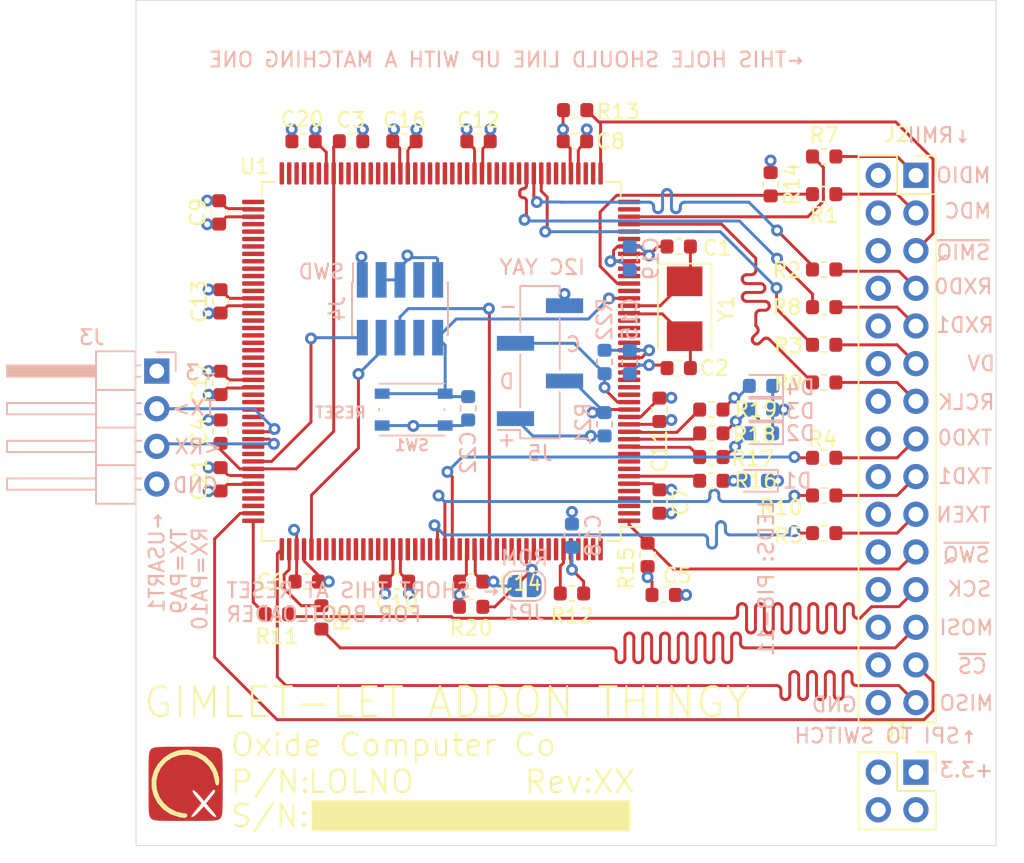
<source format=kicad_pcb>
(kicad_pcb (version 20221018) (generator pcbnew)
  (layers (0 "F.Cu" signal) (1 "In1.Cu" signal) (2 "In2.Cu" signal) (31 "B.Cu" signal) (34 "B.Paste" user) (35 "F.Paste" user) (36 "B.SilkS" user "B.Silkscreen") (37 "F.SilkS" user "F.Silkscreen") (38 "B.Mask" user) (39 "F.Mask" user) (44 "Edge.Cuts" user))
  (net 0 "")
  (net 1 "GND")
  (net 2 "/OSC_OUT")
  (net 3 "/OSC_IN")
  (net 4 "Net-(C3-Pad1)")
  (net 5 "+3V3")
  (net 6 "/~{RST}")
  (net 7 "/LED0")
  (net 8 "/LED1")
  (net 9 "/LED2")
  (net 10 "/LED3")
  (net 11 "/SPI2_MISO")
  (net 12 "/~{SPI2_CS0}")
  (net 13 "/X_SPI_MOSI")
  (net 14 "/X_SPI_SCK")
  (net 15 "/~{SW_IRQ}")
  (net 16 "/X_RMII_TXEN")
  (net 17 "/X_RMII_TXD1")
  (net 18 "/X_RMII_TXD0")
  (net 19 "/X_RMII_REFCLK")
  (net 20 "/X_RMII_CRS_DV")
  (net 21 "/X_RMII_RXD1")
  (net 22 "/X_RMII_RXD0")
  (net 23 "/~{SMI_IRQ}")
  (net 24 "/X_MDC")
  (net 25 "/X_MDIO")
  (net 26 "/SWO")
  (net 27 "/SWCLK")
  (net 28 "/SWDIO")
  (net 29 "/USART1_TX")
  (net 30 "/BOOT0")
  (net 31 "/MDC")
  (net 32 "/RMII_RXD0")
  (net 33 "/RMII_CRS_DV")
  (net 34 "/RMII_TXD0")
  (net 35 "/RMII_TXEN")
  (net 36 "/SPI2_MOSI")
  (net 37 "/MDIO")
  (net 38 "/RMII_RXD1")
  (net 39 "/RMII_REF_CLK")
  (net 40 "/RMII_TXD1")
  (net 41 "/SPI2_SCK")
  (net 42 "Net-(R12-Pad1)")
  (net 43 "Net-(U1-Pad176)")
  (net 44 "Net-(U1-Pad175)")
  (net 45 "Net-(U1-Pad174)")
  (net 46 "Net-(U1-Pad173)")
  (net 47 "Net-(U1-Pad170)")
  (net 48 "Net-(U1-Pad169)")
  (net 49 "Net-(U1-Pad168)")
  (net 50 "Net-(U1-Pad167)")
  (net 51 "Net-(U1-Pad165)")
  (net 52 "Net-(U1-Pad164)")
  (net 53 "Net-(U1-Pad163)")
  (net 54 "Net-(U1-Pad162)")
  (net 55 "Net-(U1-Pad160)")
  (net 56 "Net-(U1-Pad157)")
  (net 57 "Net-(U1-Pad153)")
  (net 58 "Net-(U1-Pad152)")
  (net 59 "Net-(U1-Pad151)")
  (net 60 "Net-(U1-Pad150)")
  (net 61 "Net-(U1-Pad147)")
  (net 62 "Net-(U1-Pad146)")
  (net 63 "Net-(U1-Pad145)")
  (net 64 "Net-(U1-Pad144)")
  (net 65 "Net-(U1-Pad143)")
  (net 66 "Net-(U1-Pad142)")
  (net 67 "Net-(U1-Pad141)")
  (net 68 "Net-(U1-Pad140)")
  (net 69 "Net-(U1-Pad139)")
  (net 70 "Net-(U1-Pad138)")
  (net 71 "Net-(U1-Pad130)")
  (net 72 "Net-(U1-Pad129)")
  (net 73 "Net-(U1-Pad128)")
  (net 74 "Net-(U1-Pad123)")
  (net 75 "Net-(U1-Pad122)")
  (net 76 "/USART1_RX")
  (net 77 "Net-(U1-Pad119)")
  (net 78 "Net-(U1-Pad118)")
  (net 79 "Net-(U1-Pad117)")
  (net 80 "Net-(U1-Pad116)")
  (net 81 "Net-(U1-Pad115)")
  (net 82 "Net-(U1-Pad112)")
  (net 83 "Net-(U1-Pad111)")
  (net 84 "Net-(U1-Pad110)")
  (net 85 "Net-(U1-Pad109)")
  (net 86 "Net-(U1-Pad108)")
  (net 87 "Net-(U1-Pad107)")
  (net 88 "Net-(U1-Pad106)")
  (net 89 "Net-(U1-Pad105)")
  (net 90 "Net-(U1-Pad104)")
  (net 91 "Net-(U1-Pad101)")
  (net 92 "Net-(U1-Pad100)")
  (net 93 "Net-(U1-Pad99)")
  (net 94 "Net-(U1-Pad98)")
  (net 95 "Net-(U1-Pad97)")
  (net 96 "Net-(U1-Pad96)")
  (net 97 "Net-(U1-Pad95)")
  (net 98 "Net-(U1-Pad94)")
  (net 99 "Net-(U1-Pad93)")
  (net 100 "Net-(U1-Pad92)")
  (net 101 "Net-(U1-Pad89)")
  (net 102 "Net-(U1-Pad88)")
  (net 103 "Net-(U1-Pad87)")
  (net 104 "Net-(U1-Pad86)")
  (net 105 "Net-(U1-Pad85)")
  (net 106 "Net-(U1-Pad84)")
  (net 107 "Net-(U1-Pad83)")
  (net 108 "Net-(U1-Pad80)")
  (net 109 "Net-(U1-Pad79)")
  (net 110 "Net-(U1-Pad78)")
  (net 111 "Net-(U1-Pad77)")
  (net 112 "Net-(U1-Pad76)")
  (net 113 "Net-(U1-Pad75)")
  (net 114 "Net-(U1-Pad74)")
  (net 115 "Net-(U1-Pad73)")
  (net 116 "Net-(U1-Pad70)")
  (net 117 "Net-(U1-Pad69)")
  (net 118 "Net-(U1-Pad68)")
  (net 119 "Net-(U1-Pad67)")
  (net 120 "Net-(U1-Pad66)")
  (net 121 "Net-(U1-Pad65)")
  (net 122 "Net-(U1-Pad64)")
  (net 123 "Net-(U1-Pad63)")
  (net 124 "Net-(U1-Pad60)")
  (net 125 "Net-(U1-Pad59)")
  (net 126 "Net-(U1-Pad58)")
  (net 127 "Net-(U1-Pad57)")
  (net 128 "Net-(U1-Pad56)")
  (net 129 "Net-(U1-Pad52)")
  (net 130 "Net-(U1-Pad51)")
  (net 131 "Net-(U1-Pad50)")
  (net 132 "Net-(U1-Pad47)")
  (net 133 "Net-(U1-Pad46)")
  (net 134 "Net-(U1-Pad44)")
  (net 135 "Net-(U1-Pad43)")
  (net 136 "Net-(U1-Pad40)")
  (net 137 "Net-(U1-Pad35)")
  (net 138 "Net-(U1-Pad28)")
  (net 139 "Net-(U1-Pad27)")
  (net 140 "Net-(U1-Pad26)")
  (net 141 "Net-(U1-Pad25)")
  (net 142 "Net-(U1-Pad24)")
  (net 143 "Net-(U1-Pad21)")
  (net 144 "Net-(U1-Pad20)")
  (net 145 "Net-(U1-Pad19)")
  (net 146 "Net-(U1-Pad18)")
  (net 147 "Net-(U1-Pad10)")
  (net 148 "Net-(U1-Pad9)")
  (net 149 "Net-(U1-Pad8)")
  (net 150 "Net-(U1-Pad5)")
  (net 151 "Net-(U1-Pad4)")
  (net 152 "Net-(U1-Pad3)")
  (net 153 "Net-(U1-Pad2)")
  (net 154 "Net-(J4-Pad8)")
  (net 155 "Net-(J4-Pad7)")
  (net 156 "Net-(J1-Pad4)")
  (net 157 "Net-(J1-Pad2)")
  (net 158 "Net-(D1-Pad2)")
  (net 159 "Net-(D2-Pad2)")
  (net 160 "Net-(D3-Pad2)")
  (net 161 "Net-(D4-Pad2)")
  (net 162 "Net-(U1-Pad34)")
  (net 163 "Net-(U1-Pad32)")
  (net 164 "/SDA")
  (net 165 "/SCL")
  (footprint "Capacitor_SMD:C_0603_1608Metric" (layer "F.Cu") (at 95.6 57.6 180)
    (fp_text reference "C1")
    (fp_text value "11p")
  )
  (footprint "Capacitor_SMD:C_0603_1608Metric" (layer "F.Cu") (at 95.6 65.8 180)
    (fp_text reference "C2")
    (fp_text value "11p")
  )
  (footprint "Capacitor_SMD:C_0603_1608Metric" (layer "F.Cu") (at 73.5 50.5)
    (fp_text reference "C3")
    (fp_text value "2µ2 100mR")
  )
  (footprint "Capacitor_SMD:C_0603_1608Metric" (layer "F.Cu") (at 64.7 70.0875 90)
    (fp_text reference "C4")
    (fp_text value "2µ2 100mR")
  )
  (footprint "Capacitor_SMD:C_0603_1608Metric" (layer "F.Cu") (at 70.5125 80.2 180)
    (fp_text reference "C6")
    (fp_text value "0µ1")
  )
  (footprint "Capacitor_SMD:C_0603_1608Metric" (layer "F.Cu") (at 94.3 74.8 -90)
    (fp_text reference "C7")
    (fp_text value "0µ1")
  )
  (footprint "Capacitor_SMD:C_0603_1608Metric" (layer "F.Cu") (at 88.6 50.5)
    (fp_text reference "C8")
    (fp_text value "0µ1")
  )
  (footprint "Capacitor_SMD:C_0603_1608Metric" (layer "F.Cu") (at 64.6 55.3 90)
    (fp_text reference "C9")
    (fp_text value "0µ1")
  )
  (footprint "Capacitor_SMD:C_0603_1608Metric" (layer "F.Cu") (at 76.6 80.2 180)
    (fp_text reference "C10")
    (fp_text value "0µ1")
  )
  (footprint "Capacitor_SMD:C_0603_1608Metric" (layer "F.Cu") (at 94.3 68.6125 -90)
    (fp_text reference "C11")
    (fp_text value "0µ1")
  )
  (footprint "Capacitor_SMD:C_0603_1608Metric" (layer "F.Cu") (at 82.1 50.5)
    (fp_text reference "C12")
    (fp_text value "0µ1")
  )
  (footprint "Capacitor_SMD:C_0603_1608Metric" (layer "F.Cu") (at 64.7 61.3 90)
    (fp_text reference "C13")
    (fp_text value "0µ1")
  )
  (footprint "Capacitor_SMD:C_0603_1608Metric" (layer "F.Cu") (at 81.6 80.2 180)
    (fp_text reference "C14")
    (fp_text value "0µ1")
  )
  (footprint "Capacitor_SMD:C_0603_1608Metric" (layer "F.Cu") (at 77.1 50.5)
    (fp_text reference "C16")
    (fp_text value "0µ1")
  )
  (footprint "Capacitor_SMD:C_0603_1608Metric" (layer "F.Cu") (at 64.7 66.8 90)
    (fp_text reference "C17")
    (fp_text value "0µ1")
  )
  (footprint "Capacitor_SMD:C_0603_1608Metric" (layer "F.Cu") (at 70.3 50.5 180)
    (fp_text reference "C20")
    (fp_text value "0µ1")
  )
  (footprint "Capacitor_SMD:C_0603_1608Metric" (layer "F.Cu") (at 64.7 73.3 90)
    (fp_text reference "C21")
    (fp_text value "0µ1")
  )
  (footprint "Connector_PinSocket_2.54mm:PinSocket_2x15_P2.54mm_Vertical" (layer "F.Cu") (at 111.6 52.8)
    (fp_text reference "J2")
    (fp_text value "Conn_02x15_Odd_Even")
  )
  (footprint "Resistor_SMD:R_0603_1608Metric" (layer "F.Cu") (at 88.4 81)
    (fp_text reference "R12")
    (fp_text value "10k")
  )
  (footprint "Resistor_SMD:R_0603_1608Metric" (layer "F.Cu") (at 88.6125 48.4)
    (fp_text reference "R13")
    (fp_text value "100k")
  )
  (footprint "Resistor_SMD:R_0603_1608Metric" (layer "F.Cu") (at 101.8 53.4 -90)
    (fp_text reference "R14")
    (fp_text value "100k")
  )
  (footprint "Resistor_SMD:R_0603_1608Metric" (layer "F.Cu") (at 97.8 73.4 180)
    (fp_text reference "R16")
    (fp_text value "68")
  )
  (footprint "Resistor_SMD:R_0603_1608Metric" (layer "F.Cu") (at 97.8 71.8 180)
    (fp_text reference "R17")
    (fp_text value "68")
  )
  (footprint "Resistor_SMD:R_0603_1608Metric" (layer "F.Cu") (at 97.8 70.2 180)
    (fp_text reference "R18")
    (fp_text value "68")
  )
  (footprint "Resistor_SMD:R_0603_1608Metric" (layer "F.Cu") (at 97.8 68.6 180)
    (fp_text reference "R19")
    (fp_text value "68")
  )
  (footprint "Resistor_SMD:R_0603_1608Metric" (layer "F.Cu") (at 81.6 81.9 180)
    (fp_text reference "R20")
    (fp_text value "10k")
  )
  (footprint "Package_QFP:LQFP-176_24x24mm_P0.5mm" (layer "F.Cu") (at 79.58 65.345 180)
    (fp_text reference "U1")
    (fp_text value "STM32H753IITx")
  )
  (footprint "Crystal:Crystal_SMD_5032-2Pin_5.0x3.2mm" (layer "F.Cu") (at 96 61.8 -90)
    (fp_text reference "Y1")
    (fp_text value "8MHz")
  )
  (footprint "Connector_PinSocket_2.54mm:PinSocket_2x02_P2.54mm_Vertical" (layer "F.Cu") (at 111.6 93.05)
    (fp_text reference "J1")
    (fp_text value "Conn_02x16_Odd_Even")
  )
  (footprint "Capacitor_SMD:C_0603_1608Metric" (layer "F.Cu") (at 94.5875 81.1)
    (fp_text reference "C5")
    (fp_text value "4µ7")
  )
  (footprint "Resistor_SMD:R_0603_1608Metric" (layer "F.Cu") (at 105.41 74.39)
    (fp_text reference "R10")
    (fp_text value "22")
  )
  (footprint "Resistor_SMD:R_0603_1608Metric" (layer "F.Cu") (at 105.41 59.15)
    (fp_text reference "R2")
    (fp_text value "22")
  )
  (footprint "Resistor_SMD:R_0603_1608Metric" (layer "F.Cu") (at 105.41 61.69)
    (fp_text reference "R8")
    (fp_text value "22")
  )
  (footprint "Resistor_SMD:R_0603_1608Metric" (layer "F.Cu") (at 71.5 82.6125 -90)
    (fp_text reference "R6")
    (fp_text value "22")
  )
  (footprint "Resistor_SMD:R_0603_1608Metric" (layer "F.Cu") (at 105.41 51.53)
    (fp_text reference "R7")
    (fp_text value "22")
  )
  (footprint "Resistor_SMD:R_0603_1608Metric" (layer "F.Cu") (at 68.5 82.4)
    (fp_text reference "R11")
    (fp_text value "22")
  )
  (footprint "Resistor_SMD:R_0603_1608Metric" (layer "F.Cu") (at 105.41 66.77)
    (fp_text reference "R9")
    (fp_text value "22")
  )
  (footprint "Resistor_SMD:R_0603_1608Metric" (layer "F.Cu") (at 105.41 76.93)
    (fp_text reference "R5")
    (fp_text value "22")
  )
  (footprint "Resistor_SMD:R_0603_1608Metric" (layer "F.Cu") (at 105.41 54.07)
    (fp_text reference "R1")
    (fp_text value "22")
  )
  (footprint "Resistor_SMD:R_0603_1608Metric" (layer "F.Cu") (at 105.41 64.23)
    (fp_text reference "R3")
    (fp_text value "22")
  )
  (footprint "Resistor_SMD:R_0603_1608Metric" (layer "F.Cu") (at 105.41 71.85)
    (fp_text reference "R4")
    (fp_text value "22")
  )
  (footprint "Resistor_SMD:R_0603_1608Metric" (layer "F.Cu") (at 93.5 78.4 90)
    (fp_text reference "R15")
    (fp_text value "100k")
  )
  (footprint "grumpy:Oxide_Board_Identifier_33x7mm" (layer "F.Cu") (at 62.3 93.8)
    (fp_text reference "FID1" hide)
    (fp_text value "LOLNO")
  )
  (footprint "Capacitor_SMD:C_0603_1608Metric" (layer "B.Cu") (at 92.3 65.4 -90)
    (fp_text reference "C15")
    (fp_text value "0µ1")
  )
  (footprint "Capacitor_SMD:C_0603_1608Metric" (layer "B.Cu") (at 88.4 77.1 90)
    (fp_text reference "C18")
    (fp_text value "0µ1")
  )
  (footprint "Capacitor_SMD:C_0603_1608Metric" (layer "B.Cu") (at 92.3 58.4 90)
    (fp_text reference "C19")
    (fp_text value "0µ1")
  )
  (footprint "Capacitor_SMD:C_0603_1608Metric" (layer "B.Cu") (at 81.4 68.5125 -90)
    (fp_text reference "C22")
    (fp_text value "0µ1")
  )
  (footprint "Connector_PinHeader_1.27mm:PinHeader_2x05_P1.27mm_Vertical_SMD" (layer "B.Cu") (at 76.8 61.8 -90)
    (fp_text reference "J4")
    (fp_text value "SWD")
  )
  (footprint "Connector_PinHeader_2.54mm:PinHeader_1x04_P2.54mm_Horizontal" (layer "B.Cu") (at 60.4 66 180)
    (fp_text reference "J3")
    (fp_text value "Conn_01x04")
  )
  (footprint "Jumper:SolderJumper-2_P1.3mm_Open_RoundedPad1.0x1.5mm" (layer "B.Cu") (at 85.2 80.5)
    (fp_text reference "JP1")
    (fp_text value "ROM")
  )
  (footprint "MountingHole:MountingHole_3.2mm_M3" (layer "B.Cu") (at 107.9 44.9875 180)
    (fp_text reference "H1" hide)
    (fp_text value "MountingHole")
  )
  (footprint "c-and-k-pts851:PTS815" (layer "B.Cu") (at 77.6 68.6 180)
    (fp_text reference "SW1")
    (fp_text value "RESET")
  )
  (footprint "LED_SMD:LED_0603_1608Metric" (layer "B.Cu") (at 100.8 73.4 180)
    (fp_text reference "D1")
    (fp_text value "LED")
  )
  (footprint "LED_SMD:LED_0603_1608Metric" (layer "B.Cu") (at 101.15 68.6 180)
    (fp_text reference "D3")
    (fp_text value "LED")
  )
  (footprint "LED_SMD:LED_0603_1608Metric" (layer "B.Cu") (at 101.15 70.2 180)
    (fp_text reference "D2")
    (fp_text value "LED")
  )
  (footprint "LED_SMD:LED_0603_1608Metric" (layer "B.Cu") (at 101.15 67 180)
    (fp_text reference "D4")
    (fp_text value "LED")
  )
  (footprint "Resistor_SMD:R_0603_1608Metric" (layer "B.Cu") (at 90.6 69.5875 -90)
    (fp_text reference "R21")
    (fp_text value "10k")
  )
  (footprint "Resistor_SMD:R_0603_1608Metric" (layer "B.Cu") (at 90.6 65.3875 90)
    (fp_text reference "R22")
    (fp_text value "10k")
  )
  (footprint "Connector_PinHeader_2.54mm:PinHeader_1x04_P2.54mm_Vertical_SMD_Pin1Left" (layer "B.Cu") (at 86.245 65.4)
    (fp_text reference "J5")
    (fp_text value "I2C")
  )
  (gr_line (start 117 98) (end 117 41) (stroke (width 0.05)) (layer "Edge.Cuts"))
  (gr_line (start 117 41) (end 59 41) (stroke (width 0.05)) (layer "Edge.Cuts"))
  (gr_line (start 59 41) (end 59 98) (stroke (width 0.05)) (layer "Edge.Cuts"))
  (gr_line (start 59 98) (end 117 98) (stroke (width 0.05)) (layer "Edge.Cuts"))
  (gr_text "MDC" (at 115.1 55.2) (layer "B.SilkS") (effects (font (size 1 1)) (justify mirror)))
  (gr_text "I2C YAY" (at 86.4 59) (layer "B.SilkS") (effects (font (size 1 1)) (justify mirror)))
  (gr_text "←THIS HOLE SHOULD LINE UP WITH A MATCHING ONE" (at 84 45) (layer "B.SilkS") (effects (font (size 1 1)) (justify mirror)))
  (gr_text "GND" (at 63 73.7) (layer "B.SilkS") (effects (font (size 1 1)) (justify mirror)))
  (gr_text "TX>" (at 62.9 68.5) (layer "B.SilkS") (effects (font (size 1 1)) (justify mirror)))
  (gr_text "MOSI" (at 115 83.3) (layer "B.SilkS") (effects (font (size 1 1)) (justify mirror)))
  (gr_text "~{SMIQ}" (at 114.8 58) (layer "B.SilkS") (effects (font (size 1 1)) (justify mirror)))
  (gr_text "TXD1" (at 114.9 73.1) (layer "B.SilkS") (effects (font (size 1 1)) (justify mirror)))
  (gr_text "TXEN" (at 114.8 75.7) (layer "B.SilkS") (effects (font (size 1 1)) (justify mirror)))
  (gr_text "+3" (at 63.4 66.1) (layer "B.SilkS") (effects (font (size 1 1)) (justify mirror)))
  (gr_text "RXD1" (at 114.9 62.9) (layer "B.SilkS") (effects (font (size 1 1)) (justify mirror)))
  (gr_text "RCLK" (at 115 68.1) (layer "B.SilkS") (effects (font (size 1 1)) (justify mirror)))
  (gr_text "D" (at 84 66.7) (layer "B.SilkS") (effects (font (size 1 1)) (justify mirror)))
  (gr_text "DV" (at 116 65.5) (layer "B.SilkS") (effects (font (size 1 1)) (justify mirror)))
  (gr_text "↑SPI TO SWITCH" (at 109.6 90.6) (layer "B.SilkS") (effects (font (size 1 1)) (justify mirror)))
  (gr_text "RXD0" (at 114.8 60.3) (layer "B.SilkS") (effects (font (size 1 1)) (justify mirror)))
  (gr_text "←USART1" (at 60.4 78.9 90) (layer "B.SilkS") (effects (font (size 1 1)) (justify mirror)))
  (gr_text "C" (at 88.5 64.2) (layer "B.SilkS") (effects (font (size 1 1)) (justify mirror)))
  (gr_text "SCK" (at 115.2 80.7) (layer "B.SilkS") (effects (font (size 1 1)) (justify mirror)))
  (gr_text "RX=PA10" (at 63.3 80 90) (layer "B.SilkS") (effects (font (size 1 1)) (justify mirror)))
  (gr_text "+3.3" (at 115 92.9) (layer "B.SilkS") (effects (font (size 1 1)) (justify mirror)))
  (gr_text "← SHORT THIS AT RESET\nFOR BOOTLOADER" (at 65 81.6) (layer "B.SilkS") (effects (font (size 1 1)) (justify right mirror)))
  (gr_text "↓RMII" (at 113.2 50.1) (layer "B.SilkS") (effects (font (size 1 1)) (justify mirror)))
  (gr_text "GND" (at 106.1 88.5) (layer "B.SilkS") (effects (font (size 1 1)) (justify mirror)))
  (gr_text "-" (at 84.1 61.6) (layer "B.SilkS") (effects (font (size 1 1)) (justify mirror)))
  (gr_text "MDIO" (at 114.8 52.8) (layer "B.SilkS") (effects (font (size 1 1)) (justify mirror)))
  (gr_text "TXD0" (at 114.9 70.5) (layer "B.SilkS") (effects (font (size 1 1)) (justify mirror)))
  (gr_text "TX=PA9" (at 61.9 79.5 90) (layer "B.SilkS") (effects (font (size 1 1)) (justify mirror)))
  (gr_text "<RX" (at 63.2 71.1) (layer "B.SilkS") (effects (font (size 1 1)) (justify mirror)))
  (gr_text "~{SWQ}" (at 115 78.4) (layer "B.SilkS") (effects (font (size 1 1)) (justify mirror)))
  (gr_text "MISO" (at 115 88.4) (layer "B.SilkS") (effects (font (size 1 1)) (justify mirror)))
  (gr_text "~{CS}" (at 115.4 85.9) (layer "B.SilkS") (effects (font (size 1 1)) (justify mirror)))
  (gr_text "LEDS: PI8-11" (at 101.5 80 90) (layer "B.SilkS") (effects (font (size 1 1)) (justify mirror)))
  (gr_text "+" (at 84 70.6) (layer "B.SilkS") (effects (font (size 1 1)) (justify mirror)))
  (gr_text "GIMLET-LET ADDON THINGY" (at 59.4 88.347619) (layer "F.SilkS") (effects (font (size 2 2)) (justify left)))
  (segment (start 65.2825 61.095) (end 64.7 60.5125) (width 0.2) (layer "F.Cu") (net 1))
  (segment (start 95.0875 75.5875) (end 95.1 75.6) (width 0.2) (layer "F.Cu") (net 1))
  (segment (start 66.84501 55.04501) (end 65.13251 55.04501) (width 0.2) (layer "F.Cu") (net 1))
  (segment (start 66.895 55.095) (end 66.84501 55.04501) (width 0.2) (layer "F.Cu") (net 1))
  (segment (start 64.7 69.3) (end 63.9 69.3) (width 0.2) (layer "F.Cu") (net 1))
  (segment (start 77.33 51.0575) (end 77.8875 50.5) (width 0.2) (layer "F.Cu") (net 1))
  (segment (start 69.5125 50.5) (end 69.5125 49.7125) (width 0.2) (layer "F.Cu") (net 1))
  (segment (start 95.375 81.1) (end 96.1 81.1) (width 0.2) (layer "F.Cu") (net 1))
  (segment (start 66.905 61.095) (end 65.2825 61.095) (width 0.2) (layer "F.Cu") (net 1))
  (segment (start 76.33 78.02) (end 76.33 79.6825) (width 0.2) (layer "F.Cu") (net 1))
  (segment (start 94.3 69.4) (end 95 69.4) (width 0.2) (layer "F.Cu") (net 1))
  (segment (start 76.33 79.6825) (end 75.8125 80.2) (width 0.2) (layer "F.Cu") (net 1))
  (segment (start 66.905 55.095) (end 66.895 55.095) (width 0.2) (layer "F.Cu") (net 1))
  (segment (start 93.495 58.095) (end 93.6 58.2) (width 0.2) (layer "F.Cu") (net 1))
  (segment (start 93.6 65.6) (end 94.6125 65.6) (width 0.2) (layer "F.Cu") (net 1))
  (segment (start 66.905 73.095) (end 66.895 73.095) (width 0.2) (layer "F.Cu") (net 1))
  (segment (start 69.83 80.095) (end 69.725 80.2) (width 0.2) (layer "F.Cu") (net 1))
  (segment (start 80.8125 81.9) (end 80.8125 81.1125) (width 0.2) (layer "F.Cu") (net 1))
  (segment (start 66.905 66.595) (end 65.2825 66.595) (width 0.2) (layer "F.Cu") (net 1))
  (segment (start 82.33 52.37) (end 82.37999 52.32001) (width 0.2) (layer "F.Cu") (net 1))
  (segment (start 65.23251 73.04501) (end 64.7 72.5125) (width 0.2) (layer "F.Cu") (net 1))
  (segment (start 80.8125 81.0875) (end 80.8 81.1) (width 0.2) (layer "F.Cu") (net 1))
  (segment (start 63.9125 66.0125) (end 63.9 66) (width 0.2) (layer "F.Cu") (net 1))
  (segment (start 81.28001 79.73249) (end 80.8125 80.2) (width 0.2) (layer "F.Cu") (net 1))
  (segment (start 77.8875 50.5) (end 77.8875 49.7125) (width 0.2) (layer "F.Cu") (net 1))
  (segment (start 63.9125 60.5125) (end 63.9 60.5) (width 0.2) (layer "F.Cu") (net 1))
  (segment (start 92.255 69.595) (end 94.105 69.595) (width 0.2) (layer "F.Cu") (net 1))
  (segment (start 80.8125 81.1125) (end 80.8 81.1) (width 0.2) (layer "F.Cu") (net 1))
  (segment (start 81.33 78.37) (end 81.28001 78.41999) (width 0.2) (layer "F.Cu") (net 1))
  (segment (start 82.8875 49.7125) (end 82.9 49.7) (width 0.2) (layer "F.Cu") (net 1))
  (segment (start 80.8125 80.2) (end 80.8125 81.0875) (width 0.2) (layer "F.Cu") (net 1))
  (segment (start 63.8125 54.5125) (end 63.8 54.5) (width 0.2) (layer "F.Cu") (net 1))
  (segment (start 64.7 66.0125) (end 63.9125 66.0125) (width 0.2) (layer "F.Cu") (net 1))
  (segment (start 65.2825 66.595) (end 64.7 66.0125) (width 0.2) (layer "F.Cu") (net 1))
  (segment (start 94.105 69.595) (end 94.3 69.4) (width 0.2) (layer "F.Cu") (net 1))
  (segment (start 94.8125 57.6) (end 94.2 57.6) (width 0.2) (layer "F.Cu") (net 1))
  (segment (start 75.8125 80.9875) (end 75.8 81) (width 0.2) (layer "F.Cu") (net 1))
  (segment (start 69.83 78.02) (end 69.83 80.095) (width 0.2) (layer "F.Cu") (net 1))
  (segment (start 81.33 78.02) (end 81.33 78.37) (width 0.2) (layer "F.Cu") (net 1))
  (segment (start 94.2 57.6) (end 93.6 58.2) (width 0.2) (layer "F.Cu") (net 1))
  (segment (start 89.3875 50.5) (end 89.3875 49.7125) (width 0.2) (layer "F.Cu") (net 1))
  (segment (start 89.3875 49.7125) (end 89.4 49.7) (width 0.2) (layer "F.Cu") (net 1))
  (segment (start 92.255 58.095) (end 93.495 58.095) (width 0.2) (layer "F.Cu") (net 1))
  (segment (start 63.9125 72.5125) (end 63.9 72.5) (width 0.2) (layer "F.Cu") (net 1))
  (segment (start 77.33 52.67) (end 77.33 51.0575) (width 0.2) (layer "F.Cu") (net 1))
  (segment (start 64.7 72.5125) (end 63.9125 72.5125) (width 0.2) (layer "F.Cu") (net 1))
  (segment (start 66.895 73.095) (end 66.84501 73.04501) (width 0.2) (layer "F.Cu") (net 1))
  (segment (start 66.84501 73.04501) (end 65.23251 73.04501) (width 0.2) (layer "F.Cu") (net 1))
  (segment (start 69.5125 49.7125) (end 69.5 49.7) (width 0.2) (layer "F.Cu") (net 1))
  (segment (start 94.3 75.5875) (end 95.0875 75.5875) (width 0.2) (layer "F.Cu") (net 1))
  (segment (start 88.83 51.0575) (end 89.3875 50.5) (width 0.2) (layer "F.Cu") (net 1))
  (segment (start 81.28001 78.41999) (end 81.28001 79.73249) (width 0.2) (layer "F.Cu") (net 1))
  (segment (start 82.37999 51.00751) (end 82.8875 50.5) (width 0.2) (layer "F.Cu") (net 1))
  (segment (start 65.13251 55.04501) (end 64.6 54.5125) (width 0.2) (layer "F.Cu") (net 1))
  (segment (start 93.595 65.595) (end 93.6 65.6) (width 0.2) (layer "F.Cu") (net 1))
  (segment (start 95 69.4) (end 95.1 69.3) (width 0.2) (layer "F.Cu") (net 1))
  (segment (start 64.6 54.5125) (end 63.8125 54.5125) (width 0.2) (layer "F.Cu") (net 1))
  (segment (start 88.83 52.67) (end 88.83 51.0575) (width 0.2) (layer "F.Cu") (net 1))
  (segment (start 69.83 76.87854) (end 69.658097 76.706637) (width 0.2) (layer "F.Cu") (net 1))
  (segment (start 82.8875 50.5) (end 82.8875 49.7125) (width 0.2) (layer "F.Cu") (net 1))
  (segment (start 77.8875 49.7125) (end 77.9 49.7) (width 0.2) (layer "F.Cu") (net 1))
  (segment (start 74.2875 50.5) (end 74.2875 49.7125) (width 0.2) (layer "F.Cu") (net 1))
  (segment (start 69.83 78.02) (end 69.83 76.87854) (width 0.2) (layer "F.Cu") (net 1))
  (segment (start 94.6125 65.6) (end 94.8125 65.8) (width 0.2) (layer "F.Cu") (net 1))
  (segment (start 82.33 52.67) (end 82.33 52.37) (width 0.2) (layer "F.Cu") (net 1))
  (segment (start 74.2875 49.7125) (end 74.3 49.7) (width 0.2) (layer "F.Cu") (net 1))
  (segment (start 92.255 65.595) (end 93.595 65.595) (width 0.2) (layer "F.Cu") (net 1))
  (segment (start 82.37999 52.32001) (end 82.37999 51.00751) (width 0.2) (layer "F.Cu") (net 1))
  (segment (start 75.8125 80.2) (end 75.8125 80.9875) (width 0.2) (layer "F.Cu") (net 1))
  (segment (start 64.7 60.5125) (end 63.9125 60.5125) (width 0.2) (layer "F.Cu") (net 1))
  (via (at 63.9 72.5) (size 0.8) (drill 0.4) (layers "F.Cu" "B.Cu") (net 1))
  (via (at 77.9 49.7) (size 0.8) (drill 0.4) (layers "F.Cu" "B.Cu") (net 1))
  (via (at 63.9 66) (size 0.8) (drill 0.4) (layers "F.Cu" "B.Cu") (net 1))
  (via (at 75.8 81) (size 0.8) (drill 0.4) (layers "F.Cu" "B.Cu") (net 1))
  (via (at 77.7 69.7) (size 0.8) (drill 0.4) (layers "F.Cu" "B.Cu") (net 1))
  (via (at 63.9 60.5) (size 0.8) (drill 0.4) (layers "F.Cu" "B.Cu") (net 1))
  (via (at 93.6 58.2) (size 0.8) (drill 0.4) (layers "F.Cu" "B.Cu") (net 1))
  (via (at 102.7 68.6) (size 0.8) (drill 0.4) (layers "F.Cu" "B.Cu") (net 1))
  (via (at 69.658097 76.706637) (size 0.8) (drill 0.4) (layers "F.Cu" "B.Cu") (net 1))
  (via (at 74.3 49.7) (size 0.8) (drill 0.4) (layers "F.Cu" "B.Cu") (net 1))
  (via (at 89.4 49.7) (size 0.8) (drill 0.4) (layers "F.Cu" "B.Cu") (net 1))
  (via (at 87.9 60.8) (size 0.8) (drill 0.4) (layers "F.Cu" "B.Cu") (net 1))
  (via (at 63.8 54.5) (size 0.8) (drill 0.4) (layers "F.Cu" "B.Cu") (net 1))
  (via (at 96.1 81.1) (size 0.8) (drill 0.4) (layers "F.Cu" "B.Cu") (net 1))
  (via (at 80.8 81.1) (size 0.8) (drill 0.4) (layers "F.Cu" "B.Cu") (net 1))
  (via (at 82.9 49.7) (size 0.8) (drill 0.4) (layers "F.Cu" "B.Cu") (net 1))
  (via (at 93.6 65.6) (size 0.8) (drill 0.4) (layers "F.Cu" "B.Cu") (net 1))
  (via (at 102.3 73.4) (size 0.8) (drill 0.4) (layers "F.Cu" "B.Cu") (net 1))
  (via (at 95.1 75.6) (size 0.8) (drill 0.4) (layers "F.Cu" "B.Cu") (net 1))
  (via (at 63.9 69.3) (size 0.8) (drill 0.4) (layers "F.Cu" "B.Cu") (net 1))
  (via (at 88.4 75.499999) (size 0.8) (drill 0.4) (layers "F.Cu" "B.Cu") (net 1))
  (via (at 95.1 69.3) (size 0.8) (drill 0.4) (layers "F.Cu" "B.Cu") (net 1))
  (via (at 77.3 58.2) (size 0.8) (drill 0.4) (layers "F.Cu" "B.Cu") (net 1))
  (via (at 69.5 49.7) (size 0.8) (drill 0.4) (layers "F.Cu" "B.Cu") (net 1))
  (segment (start 101.9375 70.2) (end 101.9375 67) (width 0.2) (layer "B.Cu") (net 1))
  (segment (start 77.725 69.675) (end 77.7 69.7) (width 0.2) (layer "B.Cu") (net 1))
  (segment (start 87.9 61.59) (end 87.9 60.8) (width 0.2) (layer "B.Cu") (net 1))
  (segment (start 93.0125 57.6125) (end 93.6 58.2) (width 0.2) (layer "B.Cu") (net 1))
  (segment (start 77.725 69.675) (end 79.85 69.675) (width 0.2) (layer "B.Cu") (net 1))
  (segment (start 81.025 69.675) (end 81.4 69.3) (width 0.2) (layer "B.Cu") (net 1))
  (segment (start 77.459999 58.349999) (end 77.449999 58.349999) (width 0.2) (layer "B.Cu") (net 1))
  (segment (start 79.239999 58.349999) (end 77.459999 58.349999) (width 0.2) (layer "B.Cu") (net 1))
  (segment (start 92.3 57.6125) (end 93.0125 57.6125) (width 0.2) (layer "B.Cu") (net 1))
  (segment (start 101.5875 73.4) (end 102.3 73.4) (width 0.2) (layer "B.Cu") (net 1))
  (segment (start 75.6 69.675) (end 77.725 69.675) (width 0.2) (layer "B.Cu") (net 1))
  (segment (start 79.34 58.45) (end 79.239999 58.349999) (width 0.2) (layer "B.Cu") (net 1))
  (segment (start 92.8875 65.6) (end 92.3 66.1875) (width 0.2) (layer "B.Cu") (net 1))
  (segment (start 79.85 69.675) (end 81.025 69.675) (width 0.2) (layer "B.Cu") (net 1))
  (segment (start 76.8 59.009998) (end 76.8 59.85) (width 0.2) (layer "B.Cu") (net 1))
  (segment (start 88.4 76.3125) (end 88.4 75.499999) (width 0.2) (layer "B.Cu") (net 1))
  (segment (start 101.9375 68.6) (end 102.7 68.6) (width 0.2) (layer "B.Cu") (net 1))
  (segment (start 77.449999 58.349999) (end 77.3 58.2) (width 0.2) (layer "B.Cu") (net 1))
  (segment (start 79.34 59.85) (end 79.34 58.45) (width 0.2) (layer "B.Cu") (net 1))
  (segment (start 77.459999 58.349999) (end 76.8 59.009998) (width 0.2) (layer "B.Cu") (net 1))
  (segment (start 75.53 59.85) (end 76.8 59.85) (width 0.2) (layer "B.Cu") (net 1))
  (segment (start 93.6 65.6) (end 92.8875 65.6) (width 0.2) (layer "B.Cu") (net 1))
  (segment (start 92.255 61.595) (end 94.355 61.595) (width 0.2) (layer "F.Cu") (net 2))
  (segment (start 96.3875 59.5375) (end 96.8 59.95) (width 0.2) (layer "F.Cu") (net 2))
  (segment (start 96.3875 57.6) (end 96.3875 59.5375) (width 0.2) (layer "F.Cu") (net 2))
  (segment (start 94.355 61.595) (end 96 59.95) (width 0.2) (layer "F.Cu") (net 2))
  (segment (start 92.295 62.095) (end 92.34499 62.14499) (width 0.2) (layer "F.Cu") (net 3))
  (segment (start 96.3875 64.0625) (end 96.8 63.65) (width 0.2) (layer "F.Cu") (net 3))
  (segment (start 96.3875 65.8) (end 96.3875 64.0625) (width 0.2) (layer "F.Cu") (net 3))
  (segment (start 92.255 62.095) (end 92.295 62.095) (width 0.2) (layer "F.Cu") (net 3))
  (segment (start 94.49499 62.14499) (end 96 63.65) (width 0.2) (layer "F.Cu") (net 3))
  (segment (start 92.34499 62.14499) (end 94.49499 62.14499) (width 0.2) (layer "F.Cu") (net 3))
  (segment (start 72.33 70.07) (end 72.33 52.67) (width 0.2) (layer "F.Cu") (net 4))
  (segment (start 69.805 72.595) (end 72.33 70.07) (width 0.2) (layer "F.Cu") (net 4))
  (segment (start 72.33 52.67) (end 72.33 50.8825) (width 0.2) (layer "F.Cu") (net 4))
  (segment (start 65.99114 72.595) (end 64.7 71.30386) (width 0.2) (layer "F.Cu") (net 4))
  (segment (start 66.905 72.595) (end 65.99114 72.595) (width 0.2) (layer "F.Cu") (net 4))
  (segment (start 66.905 72.595) (end 69.805 72.595) (width 0.2) (layer "F.Cu") (net 4))
  (segment (start 72.33 50.8825) (end 72.7125 50.5) (width 0.2) (layer "F.Cu") (net 4))
  (segment (start 64.7 71.30386) (end 64.7 70.875) (width 0.2) (layer "F.Cu") (net 4))
  (segment (start 95.0875 74.0125) (end 95.1 74) (width 0.2) (layer "F.Cu") (net 5))
  (segment (start 92.255 57.595) (end 91.474654 57.595) (width 0.2) (layer "F.Cu") (net 5))
  (segment (start 71.83 51.2425) (end 71.0875 50.5) (width 0.2) (layer "F.Cu") (net 5))
  (segment (start 64.7 62.0875) (end 63.9125 62.0875) (width 0.2) (layer "F.Cu") (net 5))
  (segment (start 88.33 79.33) (end 88.4 79.4) (width 0.2) (layer "F.Cu") (net 5))
  (segment (start 81.83 78.02) (end 81.83 78.03) (width 0.2) (layer "F.Cu") (net 5))
  (segment (start 95.075 67.825) (end 95.1 67.8) (width 0.2) (layer "F.Cu") (net 5))
  (segment (start 93.11014 65.095) (end 93.605129 64.600011) (width 0.2) (layer "F.Cu") (net 5))
  (segment (start 64.7 74.0875) (end 63.9125 74.0875) (width 0.2) (layer "F.Cu") (net 5))
  (segment (start 81.83 78.03) (end 81.87999 78.07999) (width 0.2) (layer "F.Cu") (net 5))
  (segment (start 81.83 52.67) (end 81.83 51.0175) (width 0.2) (layer "F.Cu") (net 5))
  (segment (start 66.805 73.595) (end 66.75501 73.64499) (width 0.2) (layer "F.Cu") (net 5))
  (segment (start 76.3125 50.5) (end 76.3125 49.7875) (width 0.2) (layer "F.Cu") (net 5))
  (segment (start 71.3 79.770346) (end 71.3 80.2) (width 0.2) (layer "F.Cu") (net 5))
  (segment (start 76.78001 50.96751) (end 76.3125 50.5) (width 0.2) (layer "F.Cu") (net 5))
  (segment (start 88.33 52.67) (end 88.33 52.43) (width 0.2) (layer "F.Cu") (net 5))
  (segment (start 65.1925 61.595) (end 64.7 62.0875) (width 0.2) (layer "F.Cu") (net 5))
  (segment (start 94.3 74.0125) (end 95.0875 74.0125) (width 0.2) (layer "F.Cu") (net 5))
  (segment (start 66.75501 73.64499) (end 65.14251 73.64499) (width 0.2) (layer "F.Cu") (net 5))
  (segment (start 76.78001 52.58001) (end 76.78001 50.96751) (width 0.2) (layer "F.Cu") (net 5))
  (segment (start 94.3 67.830346) (end 94.3 67.825) (width 0.2) (layer "F.Cu") (net 5))
  (segment (start 65.14251 73.64499) (end 64.7 74.0875) (width 0.2) (layer "F.Cu") (net 5))
  (segment (start 81.3125 50.5) (end 81.3125 49.7125) (width 0.2) (layer "F.Cu") (net 5))
  (segment (start 93.8 80.2) (end 93.5 79.9) (width 0.2) (layer "F.Cu") (net 5))
  (segment (start 91.005 58.595) (end 91 58.6) (width 0.2) (layer "F.Cu") (net 5))
  (segment (start 92.255 65.095) (end 93.11014 65.095) (width 0.2) (layer "F.Cu") (net 5))
  (segment (start 76.83 78.02) (end 76.83 79.6425) (width 0.2) (layer "F.Cu") (net 5))
  (segment (start 65.0925 55.595) (end 64.6 56.0875) (width 0.2) (layer "F.Cu") (net 5))
  (segment (start 64.6 56.0875) (end 63.8125 56.0875) (width 0.2) (layer "F.Cu") (net 5))
  (segment (start 87.8 49.7) (end 87.8 48.425) (width 0.2) (layer "F.Cu") (net 5))
  (segment (start 101.8 52.6125) (end 101.8 51.8) (width 0.2) (layer "F.Cu") (net 5))
  (segment (start 91.474654 57.595) (end 91.20499 57.864664) (width 0.2) (layer "F.Cu") (net 5))
  (segment (start 92.255 69.095) (end 93.035346 69.095) (width 0.2) (layer "F.Cu") (net 5))
  (segment (start 70.33 78.800346) (end 71.3 79.770346) (width 0.2) (layer "F.Cu") (net 5))
  (segment (start 87.8125 49.7125) (end 87.8 49.7) (width 0.2) (layer "F.Cu") (net 5))
  (segment (start 70.33 78.02) (end 70.33 78.800346) (width 0.2) (layer "F.Cu") (net 5))
  (segment (start 63.9125 62.0875) (end 63.9 62.1) (width 0.2) (layer "F.Cu") (net 5))
  (segment (start 66.905 55.595) (end 65.0925 55.595) (width 0.2) (layer "F.Cu") (net 5))
  (segment (start 66.905 61.595) (end 65.1925 61.595) (width 0.2) (layer "F.Cu") (net 5))
  (segment (start 88.28001 50.96751) (end 87.8125 50.5) (width 0.2) (layer "F.Cu") (net 5))
  (segment (start 93.8 81.1) (end 93.8 80.2) (width 0.2) (layer "F.Cu") (net 5))
  (segment (start 81.87999 79.69249) (end 82.3875 80.2) (width 0.2) (layer "F.Cu") (net 5))
  (segment (start 66.805 67.095) (end 66.75501 67.14499) (width 0.2) (layer "F.Cu") (net 5))
  (segment (start 89.1875 80.1875) (end 88.4 79.4) (width 0.2) (layer "F.Cu") (net 5))
  (segment (start 63.9125 67.5875) (end 63.9 67.6) (width 0.2) (layer "F.Cu") (net 5))
  (segment (start 88.33 52.43) (end 88.28001 52.38001) (width 0.2) (layer "F.Cu") (net 5))
  (segment (start 71.83 52.67) (end 71.83 51.2425) (width 0.2) (layer "F.Cu") (net 5))
  (segment (start 92.255 57.095) (end 92.255 57.595) (width 0.2) (layer "F.Cu") (net 5))
  (segment (start 76.83 52.67) (end 76.83 52.63) (width 0.2) (layer "F.Cu") (net 5))
  (segment (start 63.8125 56.0875) (end 63.8 56.1) (width 0.2) (layer "F.Cu") (net 5))
  (segment (start 94.3 67.825) (end 95.075 67.825) (width 0.2) (layer "F.Cu") (net 5))
  (segment (start 77.3875 80.2) (end 77.3875 80.9875) (width 0.2) (layer "F.Cu") (net 5))
  (segment (start 71.0875 49.7125) (end 71.1 49.7) (width 0.2) (layer "F.Cu") (net 5))
  (segment (start 88.33 78.02) (end 88.33 79.33) (width 0.2) (layer "F.Cu") (net 5))
  (segment (start 77.3875 80.9875) (end 77.4 81) (width 0.2) (layer "F.Cu") (net 5))
  (segment (start 76.83 52.63) (end 76.78001 52.58001) (width 0.2) (layer "F.Cu") (net 5))
  (segment (start 89.1875 81) (end 89.1875 80.1875) (width 0.2) (layer "F.Cu") (net 5))
  (segment (start 88.28001 52.38001) (end 88.28001 50.96751) (width 0.2) (layer "F.Cu") (net 5))
  (segment (start 87.8125 50.5) (end 87.8125 49.7125) (width 0.2) (layer "F.Cu") (net 5))
  (segment (start 63.9125 74.0875) (end 63.9 74.1) (width 0.2) (layer "F.Cu") (net 5))
  (segment (start 66.905 73.595) (end 66.805 73.595) (width 0.2) (layer "F.Cu") (net 5))
  (segment (start 71.3 80.2) (end 72 80.2) (width 0.2) (layer "F.Cu") (net 5))
  (segment (start 82.3875 80.2) (end 83.1 80.2) (width 0.2) (layer "F.Cu") (net 5))
  (segment (start 64.7 67.5875) (end 63.9125 67.5875) (width 0.2) (layer "F.Cu") (net 5))
  (segment (start 93.8825 73.595) (end 94.3 74.0125) (width 0.2) (layer "F.Cu") (net 5))
  (segment (start 76.83 79.6425) (end 77.3875 80.2) (width 0.2) (layer "F.Cu") (net 5))
  (segment (start 66.75501 67.14499) (end 65.14251 67.14499) (width 0.2) (layer "F.Cu") (net 5))
  (segment (start 71.0875 50.5) (end 71.0875 49.7125) (width 0.2) (layer "F.Cu") (net 5))
  (segment (start 93.035346 69.095) (end 94.3 67.830346) (width 0.2) (layer "F.Cu") (net 5))
  (segment (start 92.255 58.595) (end 91.005 58.595) (width 0.2) (layer "F.Cu") (net 5))
  (segment (start 66.905 67.095) (end 66.805 67.095) (width 0.2) (layer "F.Cu") (net 5))
  (segment (start 81.83 51.0175) (end 81.3125 50.5) (width 0.2) (layer "F.Cu") (net 5))
  (segment (start 65.14251 67.14499) (end 64.7 67.5875) (width 0.2) (layer "F.Cu") (net 5))
  (segment (start 91.395 58.595) (end 92.255 58.595) (width 0.2) (layer "F.Cu") (net 5))
  (segment (start 81.3125 49.7125) (end 81.3 49.7) (width 0.2) (layer "F.Cu") (net 5))
  (segment (start 81.87999 78.07999) (end 81.87999 79.69249) (width 0.2) (layer "F.Cu") (net 5))
  (segment (start 93.5 79.1875) (end 93.5 79.9) (width 0.2) (layer "F.Cu") (net 5))
  (segment (start 91.20499 58.40499) (end 91.395 58.595) (width 0.2) (layer "F.Cu") (net 5))
  (segment (start 92.255 73.595) (end 93.8825 73.595) (width 0.2) (layer "F.Cu") (net 5))
  (segment (start 87.8 48.425) (end 87.825 48.4) (width 0.2) (layer "F.Cu") (net 5))
  (segment (start 76.3125 49.7875) (end 76.4 49.7) (width 0.2) (layer "F.Cu") (net 5))
  (segment (start 91.20499 57.864664) (end 91.20499 58.40499) (width 0.2) (layer "F.Cu") (net 5))
  (via (at 63.8 56.1) (size 0.8) (drill 0.4) (layers "F.Cu" "B.Cu") (net 5))
  (via (at 87.8 49.7) (size 0.8) (drill 0.4) (layers "F.Cu" "B.Cu") (net 5))
  (via (at 93.5 79.9) (size 0.8) (drill 0.4) (layers "F.Cu" "B.Cu") (net 5))
  (via (at 71.1 49.7) (size 0.8) (drill 0.4) (layers "F.Cu" "B.Cu") (net 5))
  (via (at 63.9 67.6) (size 0.8) (drill 0.4) (layers "F.Cu" "B.Cu") (net 5))
  (via (at 93.605129 64.600011) (size 0.8) (drill 0.4) (layers "F.Cu" "B.Cu") (net 5))
  (via (at 89.675 70.375) (size 0.8) (drill 0.4) (layers "F.Cu" "B.Cu") (net 5))
  (via (at 76.4 49.7) (size 0.8) (drill 0.4) (layers "F.Cu" "B.Cu") (net 5))
  (via (at 101.8 51.8) (size 0.8) (drill 0.4) (layers "F.Cu" "B.Cu") (net 5))
  (via (at 91 58.6) (size 0.8) (drill 0.4) (layers "F.Cu" "B.Cu") (net 5))
  (via (at 81.3 49.7) (size 0.8) (drill 0.4) (layers "F.Cu" "B.Cu") (net 5))
  (via (at 77.4 81) (size 0.8) (drill 0.4) (layers "F.Cu" "B.Cu") (net 5))
  (via (at 88.4 79.4) (size 0.8) (drill 0.4) (layers "F.Cu" "B.Cu") (net 5))
  (via (at 95.1 74) (size 0.8) (drill 0.4) (layers "F.Cu" "B.Cu") (net 5))
  (via (at 63.9 62.1) (size 0.8) (drill 0.4) (layers "F.Cu" "B.Cu") (net 5))
  (via (at 83.1 80.2) (size 0.8) (drill 0.4) (layers "F.Cu" "B.Cu") (net 5))
  (via (at 74.2 58.3) (size 0.8) (drill 0.4) (layers "F.Cu" "B.Cu") (net 5))
  (via (at 72 80.2) (size 0.8) (drill 0.4) (layers "F.Cu" "B.Cu") (net 5))
  (via (at 63.9 74.1) (size 0.8) (drill 0.4) (layers "F.Cu" "B.Cu") (net 5))
  (via (at 95.1 67.8) (size 0.8) (drill 0.4) (layers "F.Cu" "B.Cu") (net 5))
  (segment (start 88.4 79.4) (end 88.4 77.8875) (width 0.2) (layer "B.Cu") (net 5))
  (segment (start 90.6 70.375) (end 89.675 70.375) (width 0.2) (layer "B.Cu") (net 5))
  (segment (start 92.312489 64.600011) (end 92.3 64.6125) (width 0.2) (layer "B.Cu") (net 5))
  (segment (start 93.605129 64.600011) (end 92.312489 64.600011) (width 0.2) (layer "B.Cu") (net 5))
  (segment (start 84.55 80.5) (end 83.4 80.5) (width 0.2) (layer "B.Cu") (net 5))
  (segment (start 85.755 70.375) (end 84.59 69.21) (width 0.2) (layer "B.Cu") (net 5))
  (segment (start 91 58.6) (end 91.7125 58.6) (width 0.2) (layer "B.Cu") (net 5))
  (segment (start 91.7125 58.6) (end 92.3 59.1875) (width 0.2) (layer "B.Cu") (net 5))
  (segment (start 74.26 59.85) (end 74.26 58.36) (width 0.2) (layer "B.Cu") (net 5))
  (segment (start 83.4 80.5) (end 83.1 80.2) (width 0.2) (layer "B.Cu") (net 5))
  (segment (start 74.26 58.36) (end 74.2 58.3) (width 0.2) (layer "B.Cu") (net 5))
  (segment (start 92.2875 64.6) (end 92.3 64.6125) (width 0.2) (layer "B.Cu") (net 5))
  (segment (start 90.6 64.6) (end 92.2875 64.6) (width 0.2) (layer "B.Cu") (net 5))
  (segment (start 89.675 70.375) (end 85.755 70.375) (width 0.2) (layer "B.Cu") (net 5))
  (segment (start 92.255 61.095) (end 90.905 61.095) (width 0.2) (layer "F.Cu") (net 6))
  (segment (start 90.905 61.095) (end 90.9 61.1) (width 0.2) (layer "F.Cu") (net 6))
  (via (at 90.9 61.1) (size 0.8) (drill 0.4) (layers "F.Cu" "B.Cu") (net 6))
  (segment (start 80.6025 62.4875) (end 79.34 63.75) (width 0.2) (layer "B.Cu") (net 6))
  (segment (start 81.4 67.725) (end 80.05 67.725) (width 0.2) (layer "B.Cu") (net 6))
  (segment (start 89.5125 62.4875) (end 83.6875 62.4875) (width 0.2) (layer "B.Cu") (net 6))
  (segment (start 79.85 64.26) (end 79.34 63.75) (width 0.2) (layer "B.Cu") (net 6))
  (segment (start 83.6875 62.4875) (end 80.6025 62.4875) (width 0.2) (layer "B.Cu") (net 6))
  (segment (start 79.85 67.525) (end 75.6 67.525) (width 0.2) (layer "B.Cu") (net 6))
  (segment (start 80.05 67.725) (end 79.85 67.525) (width 0.2) (layer "B.Cu") (net 6))
  (segment (start 79.85 67.525) (end 79.85 64.26) (width 0.2) (layer "B.Cu") (net 6))
  (segment (start 90.9 61.1) (end 89.5125 62.4875) (width 0.2) (layer "B.Cu") (net 6))
  (segment (start 92.255 73.095) (end 96.7075 73.095) (width 0.2) (layer "F.Cu") (net 7))
  (segment (start 96.7075 73.095) (end 97.0125 73.4) (width 0.2) (layer "F.Cu") (net 7))
  (segment (start 96.35749 71.14499) (end 97.0125 71.8) (width 0.2) (layer "F.Cu") (net 8))
  (segment (start 92.44499 71.14499) (end 96.35749 71.14499) (width 0.2) (layer "F.Cu") (net 8))
  (segment (start 92.255 71.095) (end 92.395 71.095) (width 0.2) (layer "F.Cu") (net 8))
  (segment (start 92.395 71.095) (end 92.44499 71.14499) (width 0.2) (layer "F.Cu") (net 8))
  (segment (start 92.255 70.595) (end 96.6175 70.595) (width 0.2) (layer "F.Cu") (net 9))
  (segment (start 96.6175 70.595) (end 97.0125 70.2) (width 0.2) (layer "F.Cu") (net 9))
  (segment (start 92.255 70.095) (end 93.035346 70.095) (width 0.2) (layer "F.Cu") (net 10))
  (segment (start 93.035346 70.095) (end 93.077856 70.13751) (width 0.2) (layer "F.Cu") (net 10))
  (segment (start 93.077856 70.13751) (end 95.47499 70.13751) (width 0.2) (layer "F.Cu") (net 10))
  (segment (start 95.47499 70.13751) (end 97.0125 68.6) (width 0.2) (layer "F.Cu") (net 10))
  (segment (start 105.602954 86.330155) (end 105.555451 86.377658) (width 0.2) (layer "F.Cu") (net 11))
  (segment (start 103.577047 86.330155) (end 103.520166 86.294414) (width 0.2) (layer "F.Cu") (net 11))
  (segment (start 107.355451 87.097045) (end 107.31971 87.040164) (width 0.2) (layer "F.Cu") (net 11))
  (segment (start 105.920166 86.294414) (end 105.856757 86.272226) (width 0.2) (layer "F.Cu") (net 11))
  (segment (start 103.802954 88.089843) (end 103.755451 88.04234) (width 0.2) (layer "F.Cu") (net 11))
  (segment (start 104.120166 88.125584) (end 104.056757 88.147772) (width 0.2) (layer "F.Cu") (net 11))
  (segment (start 103.390001 86.264705) (end 103.323244 86.272226) (width 0.2) (layer "F.Cu") (net 11))
  (segment (start 106.097522 87.92205) (end 106.090001 87.855293) (width 0.2) (layer "F.Cu") (net 11))
  (segment (start 104.91971 87.985459) (end 104.897522 87.92205) (width 0.2) (layer "F.Cu") (net 11))
  (segment (start 104.31971 86.434539) (end 104.297522 86.497948) (width 0.2) (layer "F.Cu") (net 11))
  (segment (start 103.097522 86.497948) (end 103.090001 86.564705) (width 0.2) (layer "F.Cu") (net 11))
  (segment (start 105.320166 88.125584) (end 105.256757 88.147772) (width 0.2) (layer "F.Cu") (net 11))
  (segment (start 103.060291 87.985459) (end 103.02455 88.04234) (width 0.2) (layer "F.Cu") (net 11))
  (segment (start 105.482479 87.92205) (end 105.460291 87.985459) (width 0.2) (layer "F.Cu") (net 11))
  (segment (start 102.790001 88.155293) (end 102.723244 88.147772) (width 0.2) (layer "F.Cu") (net 11))
  (segment (start 103.202954 86.330155) (end 103.155451 86.377658) (width 0.2) (layer "F.Cu") (net 11))
  (segment (start 105.123244 88.147772) (end 105.059835 88.125584) (width 0.2) (layer "F.Cu") (net 11))
  (segment (start 104.777047 86.330155) (end 104.720166 86.294414) (width 0.2) (layer "F.Cu") (net 11))
  (segment (start 106.697522 86.497948) (end 106.690001 86.564705) (width 0.2) (layer "F.Cu") (net 11))
  (segment (start 104.22455 88.04234) (end 104.177047 88.089843) (width 0.2) (layer "F.Cu") (net 11))
  (segment (start 104.459835 86.294414) (end 104.402954 86.330155) (width 0.2) (layer "F.Cu") (net 11))
  (segment (start 102.497522 87.92205) (end 102.490001 87.855293) (width 0.2) (layer "F.Cu") (net 11))
  (segment (start 107.523244 87.202477) (end 107.459835 87.180289) (width 0.2) (layer "F.Cu") (net 11))
  (segment (start 105.256757 88.147772) (end 105.190001 88.155293) (width 0.2) (layer "F.Cu") (net 11))
  (segment (start 107.590001 87.209999) (end 107.523244 87.202477) (width 0.2) (layer "F.Cu") (net 11))
  (segment (start 102.460291 87.379834) (end 102.42455 87.322953) (width 0.2) (layer "F.Cu") (net 11))
  (segment (start 68.52999 78.32001) (end 68.83 78.02) (width 0.2) (layer "F.Cu") (net 11))
  (segment (start 106.323244 88.147772) (end 106.259835 88.125584) (width 0.2) (layer "F.Cu") (net 11))
  (segment (start 104.897522 87.92205) (end 104.890001 87.855293) (width 0.2) (layer "F.Cu") (net 11))
  (segment (start 68.52999 86.62999) (end 68.52999 78.32001) (width 0.2) (layer "F.Cu") (net 11))
  (segment (start 106.090001 86.564705) (end 106.082479 86.497948) (width 0.2) (layer "F.Cu") (net 11))
  (segment (start 102.977047 88.089843) (end 102.920166 88.125584) (width 0.2) (layer "F.Cu") (net 11))
  (segment (start 104.297522 86.497948) (end 104.290001 86.564705) (width 0.2) (layer "F.Cu") (net 11))
  (segment (start 106.62455 88.04234) (end 106.577047 88.089843) (width 0.2) (layer "F.Cu") (net 11))
  (segment (start 106.71971 86.434539) (end 106.697522 86.497948) (width 0.2) (layer "F.Cu") (net 11))
  (segment (start 106.520166 88.125584) (end 106.456757 88.147772) (width 0.2) (layer "F.Cu") (net 11))
  (segment (start 103.859835 88.125584) (end 103.802954 88.089843) (width 0.2) (layer "F.Cu") (net 11))
  (segment (start 105.460291 87.985459) (end 105.42455 88.04234) (width 0.2) (layer "F.Cu") (net 11))
  (segment (start 106.755451 86.377658) (end 106.71971 86.434539) (width 0.2) (layer "F.Cu") (net 11))
  (segment (start 104.82455 86.377658) (end 104.777047 86.330155) (width 0.2) (layer "F.Cu") (net 11))
  (segment (start 107.290001 86.909999) (end 107.290001 86.564705) (width 0.2) (layer "F.Cu") (net 11))
  (segment (start 102.490001 87.509999) (end 102.482479 87.443243) (width 0.2) (layer "F.Cu") (net 11))
  (segment (start 107.31971 87.040164) (end 107.297522 86.976755) (width 0.2) (layer "F.Cu") (net 11))
  (segment (start 105.790001 86.264705) (end 105.723244 86.272226) (width 0.2) (layer "F.Cu") (net 11))
  (segment (start 105.659835 86.294414) (end 105.602954 86.330155) (width 0.2) (layer "F.Cu") (net 11))
  (segment (start 103.660291 86.434539) (end 103.62455 86.377658) (width 0.2) (layer "F.Cu") (net 11))
  (segment (start 103.155451 86.377658) (end 103.11971 86.434539) (width 0.2) (layer "F.Cu") (net 11))
  (segment (start 103.690001 86.564705) (end 103.682479 86.497948) (width 0.2) (layer "F.Cu") (net 11))
  (segment (start 111.6 88.36) (end 110.449999 87.209999) (width 0.2) (layer "F.Cu") (net 11))
  (segment (start 103.259835 86.294414) (end 103.202954 86.330155) (width 0.2) (layer "F.Cu") (net 11))
  (segment (start 105.856757 86.272226) (end 105.790001 86.264705) (width 0.2) (layer "F.Cu") (net 11))
  (segment (start 104.282479 87.92205) (end 104.260291 87.985459) (width 0.2) (layer "F.Cu") (net 11))
  (segment (start 105.190001 88.155293) (end 105.123244 88.147772) (width 0.2) (layer "F.Cu") (net 11))
  (segment (start 106.690001 86.564705) (end 106.690001 87.855293) (width 0.2) (layer "F.Cu") (net 11))
  (segment (start 105.977047 86.330155) (end 105.920166 86.294414) (width 0.2) (layer "F.Cu") (net 11))
  (segment (start 104.882479 86.497948) (end 104.860291 86.434539) (width 0.2) (layer "F.Cu") (net 11))
  (segment (start 103.71971 87.985459) (end 103.697522 87.92205) (width 0.2) (layer "F.Cu") (net 11))
  (segment (start 105.42455 88.04234) (end 105.377047 88.089843) (width 0.2) (layer "F.Cu") (net 11))
  (segment (start 102.856757 88.147772) (end 102.790001 88.155293) (width 0.2) (layer "F.Cu") (net 11))
  (segment (start 106.11971 87.985459) (end 106.097522 87.92205) (width 0.2) (layer "F.Cu") (net 11))
  (segment (start 105.490001 86.564705) (end 105.490001 87.855293) (width 0.2) (layer "F.Cu") (net 11))
  (segment (start 104.890001 86.564705) (end 104.882479 86.497948) (width 0.2) (layer "F.Cu") (net 11))
  (segment (start 102.659835 88.125584) (end 102.602954 88.089843) (width 0.2) (layer "F.Cu") (net 11))
  (segment (start 106.923244 86.272226) (end 106.859835 86.294414) (width 0.2) (layer "F.Cu") (net 11))
  (segment (start 103.456757 86.272226) (end 103.390001 86.264705) (width 0.2) (layer "F.Cu") (net 11))
  (segment (start 102.51971 87.985459) (end 102.497522 87.92205) (width 0.2) (layer "F.Cu") (net 11))
  (segment (start 106.456757 88.147772) (end 106.390001 88.155293) (width 0.2) (layer "F.Cu") (net 11))
  (segment (start 103.520166 86.294414) (end 103.456757 86.272226) (width 0.2) (layer "F.Cu") (net 11))
  (segment (start 103.690001 87.855293) (end 103.690001 86.564705) (width 0.2) (layer "F.Cu") (net 11))
  (segment (start 106.060291 86.434539) (end 106.02455 86.377658) (width 0.2) (layer "F.Cu") (net 11))
  (segment (start 106.390001 88.155293) (end 106.323244 88.147772) (width 0.2) (layer "F.Cu") (net 11))
  (segment (start 104.890001 87.855293) (end 104.890001 86.564705) (width 0.2) (layer "F.Cu") (net 11))
  (segment (start 106.990001 86.264705) (end 106.923244 86.272226) (width 0.2) (layer "F.Cu") (net 11))
  (segment (start 104.290001 86.564705) (end 104.290001 87.855293) (width 0.2) (layer "F.Cu") (net 11))
  (segment (start 106.155451 88.04234) (end 106.11971 87.985459) (width 0.2) (layer "F.Cu") (net 11))
  (segment (start 105.059835 88.125584) (end 105.002954 88.089843) (width 0.2) (layer "F.Cu") (net 11))
  (segment (start 107.282479 86.497948) (end 107.260291 86.434539) (width 0.2) (layer "F.Cu") (net 11))
  (segment (start 105.723244 86.272226) (end 105.659835 86.294414) (width 0.2) (layer "F.Cu") (net 11))
  (segment (start 104.590001 86.264705) (end 104.523244 86.272226) (width 0.2) (layer "F.Cu") (net 11))
  (segment (start 106.660291 87.985459) (end 106.62455 88.04234) (width 0.2) (layer "F.Cu") (net 11))
  (segment (start 110.449999 87.209999) (end 107.590001 87.209999) (width 0.2) (layer "F.Cu") (net 11))
  (segment (start 104.720166 86.294414) (end 104.656757 86.272226) (width 0.2) (layer "F.Cu") (net 11))
  (segment (start 104.260291 87.985459) (end 104.22455 88.04234) (width 0.2) (layer "F.Cu") (net 11))
  (segment (start 105.51971 86.434539) (end 105.497522 86.497948) (width 0.2) (layer "F.Cu") (net 11))
  (segment (start 104.955451 88.04234) (end 104.91971 87.985459) (width 0.2) (layer "F.Cu") (net 11))
  (segment (start 106.802954 86.330155) (end 106.755451 86.377658) (width 0.2) (layer "F.Cu") (net 11))
  (segment (start 103.62455 86.377658) (end 103.577047 86.330155) (width 0.2) (layer "F.Cu") (net 11))
  (segment (start 106.577047 88.089843) (end 106.520166 88.125584) (width 0.2) (layer "F.Cu") (net 11))
  (segment (start 102.377047 87.27545) (end 102.320166 87.239709) (width 0.2) (layer "F.Cu") (net 11))
  (segment (start 106.682479 87.92205) (end 106.660291 87.985459) (width 0.2) (layer "F.Cu") (net 11))
  (segment (start 106.202954 88.089843) (end 106.155451 88.04234) (width 0.2) (layer "F.Cu") (net 11))
  (segment (start 107.459835 87.180289) (end 107.402954 87.144548) (width 0.2) (layer "F.Cu") (net 11))
  (segment (start 102.256757 87.217521) (end 102.190001 87.209999) (width 0.2) (layer "F.Cu") (net 11))
  (segment (start 102.602954 88.089843) (end 102.555451 88.04234) (width 0.2) (layer "F.Cu") (net 11))
  (segment (start 103.755451 88.04234) (end 103.71971 87.985459) (width 0.2) (layer "F.Cu") (net 11))
  (segment (start 104.656757 86.272226) (end 104.590001 86.264705) (width 0.2) (layer "F.Cu") (net 11))
  (segment (start 106.259835 88.125584) (end 106.202954 88.089843) (width 0.2) (layer "F.Cu") (net 11))
  (segment (start 103.682479 86.497948) (end 103.660291 86.434539) (width 0.2) (layer "F.Cu") (net 11))
  (segment (start 102.723244 88.147772) (end 102.659835 88.125584) (width 0.2) (layer "F.Cu") (net 11))
  (segment (start 104.290001 87.855293) (end 104.282479 87.92205) (width 0.2) (layer "F.Cu") (net 11))
  (segment (start 104.177047 88.089843) (end 104.120166 88.125584) (width 0.2) (layer "F.Cu") (net 11))
  (segment (start 104.355451 86.377658) (end 104.31971 86.434539) (width 0.2) (layer "F.Cu") (net 11))
  (segment (start 107.120166 86.294414) (end 107.056757 86.272226) (width 0.2) (layer "F.Cu") (net 11))
  (segment (start 107.290001 86.564705) (end 107.282479 86.497948) (width 0.2) (layer "F.Cu") (net 11))
  (segment (start 103.11971 86.434539) (end 103.097522 86.497948) (width 0.2) (layer "F.Cu") (net 11))
  (segment (start 69.109999 87.209999) (end 68.52999 86.62999) (width 0.2) (layer "F.Cu") (net 11))
  (segment (start 107.297522 86.976755) (end 107.290001 86.909999) (width 0.2) (layer "F.Cu") (net 11))
  (segment (start 102.482479 87.443243) (end 102.460291 87.379834) (width 0.2) (layer "F.Cu") (net 11))
  (segment (start 107.260291 86.434539) (end 107.22455 86.377658) (width 0.2) (layer "F.Cu") (net 11))
  (segment (start 107.177047 86.330155) (end 107.120166 86.294414) (width 0.2) (layer "F.Cu") (net 11))
  (segment (start 107.22455 86.377658) (end 107.177047 86.330155) (width 0.2) (layer "F.Cu") (net 11))
  (segment (start 103.323244 86.272226) (end 103.259835 86.294414) (width 0.2) (layer "F.Cu") (net 11))
  (segment (start 102.490001 87.855293) (end 102.490001 87.509999) (width 0.2) (layer "F.Cu") (net 11))
  (segment (start 106.859835 86.294414) (end 106.802954 86.330155) (width 0.2) (layer "F.Cu") (net 11))
  (segment (start 102.920166 88.125584) (end 102.856757 88.147772) (width 0.2) (layer "F.Cu") (net 11))
  (segment (start 107.402954 87.144548) (end 107.355451 87.097045) (width 0.2) (layer "F.Cu") (net 11))
  (segment (start 103.990001 88.155293) (end 103.923244 88.147772) (width 0.2) (layer "F.Cu") (net 11))
  (segment (start 106.690001 87.855293) (end 106.682479 87.92205) (width 0.2) (layer "F.Cu") (net 11))
  (segment (start 103.090001 87.855293) (end 103.082479 87.92205) (width 0.2) (layer "F.Cu") (net 11))
  (segment (start 105.377047 88.089843) (end 105.320166 88.125584) (width 0.2) (layer "F.Cu") (net 11))
  (segment (start 105.490001 87.855293) (end 105.482479 87.92205) (width 0.2) (layer "F.Cu") (net 11))
  (segment (start 104.056757 88.147772) (end 103.990001 88.155293) (width 0.2) (layer "F.Cu") (net 11))
  (segment (start 103.02455 88.04234) (end 102.977047 88.089843) (width 0.2) (layer "F.Cu") (net 11))
  (segment (start 104.402954 86.330155) (end 104.355451 86.377658) (width 0.2) (layer "F.Cu") (net 11))
  (segment (start 105.497522 86.497948) (end 105.490001 86.564705) (width 0.2) (layer "F.Cu") (net 11))
  (segment (start 106.090001 87.855293) (end 106.090001 86.564705) (width 0.2) (layer "F.Cu") (net 11))
  (segment (start 107.056757 86.272226) (end 106.990001 86.264705) (width 0.2) (layer "F.Cu") (net 11))
  (segment (start 102.555451 88.04234) (end 102.51971 87.985459) (width 0.2) (layer "F.Cu") (net 11))
  (segment (start 103.090001 86.564705) (end 103.090001 87.855293) (width 0.2) (layer "F.Cu") (net 11))
  (segment (start 104.860291 86.434539) (end 104.82455 86.377658) (width 0.2) (layer "F.Cu") (net 11))
  (segment (start 102.190001 87.209999) (end 69.109999 87.209999) (width 0.2) (layer "F.Cu") (net 11))
  (segment (start 103.697522 87.92205) (end 103.690001 87.855293) (width 0.2) (layer "F.Cu") (net 11))
  (segment (start 105.555451 86.377658) (end 105.51971 86.434539) (width 0.2) (layer "F.Cu") (net 11))
  (segment (start 105.002954 88.089843) (end 104.955451 88.04234) (width 0.2) (layer "F.Cu") (net 11))
  (segment (start 102.320166 87.239709) (end 102.256757 87.217521) (width 0.2) (layer "F.Cu") (net 11))
  (segment (start 104.523244 86.272226) (end 104.459835 86.294414) (width 0.2) (layer "F.Cu") (net 11))
  (segment (start 103.923244 88.147772) (end 103.859835 88.125584) (width 0.2) (layer "F.Cu") (net 11))
  (segment (start 102.42455 87.322953) (end 102.377047 87.27545) (width 0.2) (layer "F.Cu") (net 11))
  (segment (start 103.082479 87.92205) (end 103.060291 87.985459) (width 0.2) (layer "F.Cu") (net 11))
  (segment (start 106.082479 86.497948) (end 106.060291 86.434539) (width 0.2) (layer "F.Cu") (net 11))
  (segment (start 106.02455 86.377658) (end 105.977047 86.330155) (width 0.2) (layer "F.Cu") (net 11))
  (segment (start 64.3 77.319674) (end 66.024674 75.595) (width 0.2) (layer "F.Cu") (net 12))
  (segment (start 112.750001 86.970001) (end 112.750001 88.912001) (width 0.2) (layer "F.Cu") (net 12))
  (segment (start 66.024674 75.595) (end 66.905 75.595) (width 0.2) (layer "F.Cu") (net 12))
  (segment (start 64.3 85.3) (end 64.3 77.319674) (width 0.2) (layer "F.Cu") (net 12))
  (segment (start 111.6 85.82) (end 112.750001 86.970001) (width 0.2) (layer "F.Cu") (net 12))
  (segment (start 112.750001 88.912001) (end 112.152001 89.510001) (width 0.2) (layer "F.Cu") (net 12))
  (segment (start 68.510001 89.510001) (end 64.3 85.3) (width 0.2) (layer "F.Cu") (net 12))
  (segment (start 112.152001 89.510001) (end 68.510001 89.510001) (width 0.2) (layer "F.Cu") (net 12))
  (segment (start 95.203242 85.662478) (end 95.139833 85.64029) (width 0.2) (layer "F.Cu") (net 13))
  (segment (start 94.369999 85.369999) (end 94.362477 85.436756) (width 0.2) (layer "F.Cu") (net 13))
  (segment (start 96.282952 85.604549) (end 96.235449 85.557046) (width 0.2) (layer "F.Cu") (net 13))
  (segment (start 95.139833 85.64029) (end 95.082952 85.604549) (width 0.2) (layer "F.Cu") (net 13))
  (segment (start 94.969999 85.369999) (end 94.969999 83.969999) (width 0.2) (layer "F.Cu") (net 13))
  (segment (start 96.882952 83.735449) (end 96.835449 83.782952) (width 0.2) (layer "F.Cu") (net 13))
  (segment (start 98.739833 85.64029) (end 98.682952 85.604549) (width 0.2) (layer "F.Cu") (net 13))
  (segment (start 95.562477 85.436756) (end 95.540289 85.500165) (width 0.2) (layer "F.Cu") (net 13))
  (segment (start 94.736755 83.67752) (end 94.669999 83.669999) (width 0.2) (layer "F.Cu") (net 13))
  (segment (start 96.169999 85.369999) (end 96.169999 83.969999) (width 0.2) (layer "F.Cu") (net 13))
  (segment (start 91.399708 85.500165) (end 91.37752 85.436756) (width 0.2) (layer "F.Cu") (net 13))
  (segment (start 93.282952 83.735449) (end 93.235449 83.782952) (width 0.2) (layer "F.Cu") (net 13))
  (segment (start 96.17752 85.436756) (end 96.169999 85.369999) (width 0.2) (layer "F.Cu") (net 13))
  (segment (start 92.569999 85.369999) (end 92.569999 83.969999) (width 0.2) (layer "F.Cu") (net 13))
  (segment (start 97.200164 83.699708) (end 97.136755 83.67752) (width 0.2) (layer "F.Cu") (net 13))
  (segment (start 93.339833 83.699708) (end 93.282952 83.735449) (width 0.2) (layer "F.Cu") (net 13))
  (segment (start 95.457045 85.604549) (end 95.400164 85.64029) (width 0.2) (layer "F.Cu") (net 13))
  (segment (start 96.469999 85.669999) (end 96.403242 85.662478) (width 0.2) (layer "F.Cu") (net 13))
  (segment (start 94.340289 85.500165) (end 94.304548 85.557046) (width 0.2) (layer "F.Cu") (net 13))
  (segment (start 92.599708 85.500165) (end 92.57752 85.436756) (width 0.2) (layer "F.Cu") (net 13))
  (segment (start 93.536755 83.67752) (end 93.469999 83.669999) (width 0.2) (layer "F.Cu") (net 13))
  (segment (start 91.304548 84.782953) (end 91.257045 84.73545) (width 0.2) (layer "F.Cu") (net 13))
  (segment (start 98.035449 83.782952) (end 97.999708 83.839833) (width 0.2) (layer "F.Cu") (net 13))
  (segment (start 99.169999 83.969999) (end 99.169999 85.369999) (width 0.2) (layer "F.Cu") (net 13))
  (segment (start 91.800164 85.64029) (end 91.736755 85.662478) (width 0.2) (layer "F.Cu") (net 13))
  (segment (start 95.57752 83.903242) (end 95.569999 83.969999) (width 0.2) (layer "F.Cu") (net 13))
  (segment (start 91.482952 85.604549) (end 91.435449 85.557046) (width 0.2) (layer "F.Cu") (net 13))
  (segment (start 91.999708 83.839833) (end 91.97752 83.903242) (width 0.2) (layer "F.Cu") (net 13))
  (segment (start 94.369999 83.969999) (end 94.369999 85.369999) (width 0.2) (layer "F.Cu") (net 13))
  (segment (start 110.210001 84.669999) (end 100.069999 84.669999) (width 0.2) (layer "F.Cu") (net 13))
  (segment (start 95.682952 83.735449) (end 95.635449 83.782952) (width 0.2) (layer "F.Cu") (net 13))
  (segment (start 99.657045 83.735449) (end 99.600164 83.699708) (width 0.2) (layer "F.Cu") (net 13))
  (segment (start 94.800164 83.699708) (end 94.736755 83.67752) (width 0.2) (layer "F.Cu") (net 13))
  (segment (start 99.403242 83.67752) (end 99.339833 83.699708) (width 0.2) (layer "F.Cu") (net 13))
  (segment (start 97.800164 85.64029) (end 97.736755 85.662478) (width 0.2) (layer "F.Cu") (net 13))
  (segment (start 95.400164 85.64029) (end 95.336755 85.662478) (width 0.2) (layer "F.Cu") (net 13))
  (segment (start 95.803242 83.67752) (end 95.739833 83.699708) (width 0.2) (layer "F.Cu") (net 13))
  (segment (start 91.435449 85.557046) (end 91.399708 85.500165) (width 0.2) (layer "F.Cu") (net 13))
  (segment (start 92.57752 85.436756) (end 92.569999 85.369999) (width 0.2) (layer "F.Cu") (net 13))
  (segment (start 94.304548 85.557046) (end 94.257045 85.604549) (width 0.2) (layer "F.Cu") (net 13))
  (segment (start 72.769999 84.669999) (end 71.5 83.4) (width 0.2) (layer "F.Cu") (net 13))
  (segment (start 98.562477 83.903242) (end 98.540289 83.839833) (width 0.2) (layer "F.Cu") (net 13))
  (segment (start 99.882952 84.604548) (end 99.835449 84.557045) (width 0.2) (layer "F.Cu") (net 13))
  (segment (start 95.336755 85.662478) (end 95.269999 85.669999) (width 0.2) (layer "F.Cu") (net 13))
  (segment (start 93.169999 85.369999) (end 93.162477 85.436756) (width 0.2) (layer "F.Cu") (net 13))
  (segment (start 99.104548 85.557046) (end 99.057045 85.604549) (width 0.2) (layer "F.Cu") (net 13))
  (segment (start 96.600164 85.64029) (end 96.536755 85.662478) (width 0.2) (layer "F.Cu") (net 13))
  (segment (start 99.162477 85.436756) (end 99.140289 85.500165) (width 0.2) (layer "F.Cu") (net 13))
  (segment (start 99.235449 83.782952) (end 99.199708 83.839833) (width 0.2) (layer "F.Cu") (net 13))
  (segment (start 97.37752 85.436756) (end 97.369999 85.369999) (width 0.2) (layer "F.Cu") (net 13))
  (segment (start 93.657045 83.735449) (end 93.600164 83.699708) (width 0.2) (layer "F.Cu") (net 13))
  (segment (start 95.269999 85.669999) (end 95.203242 85.662478) (width 0.2) (layer "F.Cu") (net 13))
  (segment (start 97.257045 83.735449) (end 97.200164 83.699708) (width 0.2) (layer "F.Cu") (net 13))
  (segment (start 91.069999 84.669999) (end 72.769999 84.669999) (width 0.2) (layer "F.Cu") (net 13))
  (segment (start 98.569999 83.969999) (end 98.562477 83.903242) (width 0.2) (layer "F.Cu") (net 13))
  (segment (start 98.269999 83.669999) (end 98.203242 83.67752) (width 0.2) (layer "F.Cu") (net 13))
  (segment (start 97.857045 85.604549) (end 97.800164 85.64029) (width 0.2) (layer "F.Cu") (net 13))
  (segment (start 92.562477 83.903242) (end 92.540289 83.839833) (width 0.2) (layer "F.Cu") (net 13))
  (segment (start 91.200164 84.699709) (end 91.136755 84.677521) (width 0.2) (layer "F.Cu") (net 13))
  (segment (start 97.003242 83.67752) (end 96.939833 83.699708) (width 0.2) (layer "F.Cu") (net 13))
  (segment (start 93.740289 83.839833) (end 93.704548 83.782952) (width 0.2) (layer "F.Cu") (net 13))
  (segment (start 93.169999 83.969999) (end 93.169999 85.369999) (width 0.2) (layer "F.Cu") (net 13))
  (segment (start 96.235449 85.557046) (end 96.199708 85.500165) (width 0.2) (layer "F.Cu") (net 13))
  (segment (start 96.769999 85.369999) (end 96.762477 85.436756) (width 0.2) (layer "F.Cu") (net 13))
  (segment (start 98.336755 83.67752) (end 98.269999 83.669999) (width 0.2) (layer "F.Cu") (net 13))
  (segment (start 97.603242 85.662478) (end 97.539833 85.64029) (width 0.2) (layer "F.Cu") (net 13))
  (segment (start 93.057045 85.604549) (end 93.000164 85.64029) (width 0.2) (layer "F.Cu") (net 13))
  (segment (start 96.104548 83.782952) (end 96.057045 83.735449) (width 0.2) (layer "F.Cu") (net 13))
  (segment (start 94.362477 85.436756) (end 94.340289 85.500165) (width 0.2) (layer "F.Cu") (net 13))
  (segment (start 93.769999 83.969999) (end 93.762477 83.903242) (width 0.2) (layer "F.Cu") (net 13))
  (segment (start 97.736755 85.662478) (end 97.669999 85.669999) (width 0.2) (layer "F.Cu") (net 13))
  (segment (start 96.769999 83.969999) (end 96.769999 85.369999) (width 0.2) (layer "F.Cu") (net 13))
  (segment (start 95.035449 85.557046) (end 94.999708 85.500165) (width 0.2) (layer "F.Cu") (net 13))
  (segment (start 97.069999 83.669999) (end 97.003242 83.67752) (width 0.2) (layer "F.Cu") (net 13))
  (segment (start 96.057045 83.735449) (end 96.000164 83.699708) (width 0.2) (layer "F.Cu") (net 13))
  (segment (start 91.369999 85.369999) (end 91.369999 84.969999) (width 0.2) (layer "F.Cu") (net 13))
  (segment (start 91.736755 85.662478) (end 91.669999 85.669999) (width 0.2) (layer "F.Cu") (net 13))
  (segment (start 91.969999 85.369999) (end 91.962477 85.436756) (width 0.2) (layer "F.Cu") (net 13))
  (segment (start 98.400164 83.699708) (end 98.336755 83.67752) (width 0.2) (layer "F.Cu") (net 13))
  (segment (start 92.139833 83.699708) (end 92.082952 83.735449) (width 0.2) (layer "F.Cu") (net 13))
  (segment (start 94.200164 85.64029) (end 94.136755 85.662478) (width 0.2) (layer "F.Cu") (net 13))
  (segment (start 94.136755 85.662478) (end 94.069999 85.669999) (width 0.2) (layer "F.Cu") (net 13))
  (segment (start 96.536755 85.662478) (end 96.469999 85.669999) (width 0.2) (layer "F.Cu") (net 13))
  (segment (start 94.669999 83.669999) (end 94.603242 83.67752) (width 0.2) (layer "F.Cu") (net 13))
  (segment (start 92.400164 83.699708) (end 92.336755 83.67752) (width 0.2) (layer "F.Cu") (net 13))
  (segment (start 93.199708 83.839833) (end 93.17752 83.903242) (width 0.2) (layer "F.Cu") (net 13))
  (segment (start 95.504548 85.557046) (end 95.457045 85.604549) (width 0.2) (layer "F.Cu") (net 13))
  (segment (start 91.669999 85.669999) (end 91.603242 85.662478) (width 0.2) (layer "F.Cu") (net 13))
  (segment (start 92.569999 83.969999) (end 92.562477 83.903242) (width 0.2) (layer "F.Cu") (net 13))
  (segment (start 96.704548 85.557046) (end 96.657045 85.604549) (width 0.2) (layer "F.Cu") (net 13))
  (segment (start 91.136755 84.677521) (end 91.069999 84.669999) (width 0.2) (layer "F.Cu") (net 13))
  (segment (start 97.97752 83.903242) (end 97.969999 83.969999) (width 0.2) (layer "F.Cu") (net 13))
  (segment (start 92.457045 83.735449) (end 92.400164 83.699708) (width 0.2) (layer "F.Cu") (net 13))
  (segment (start 92.203242 83.67752) (end 92.139833 83.699708) (width 0.2) (layer "F.Cu") (net 13))
  (segment (start 93.762477 83.903242) (end 93.740289 83.839833) (width 0.2) (layer "F.Cu") (net 13))
  (segment (start 99.339833 83.699708) (end 99.282952 83.735449) (width 0.2) (layer "F.Cu") (net 13))
  (segment (start 100.003242 84.662477) (end 99.939833 84.640289) (width 0.2) (layer "F.Cu") (net 13))
  (segment (start 99.169999 85.369999) (end 99.162477 85.436756) (width 0.2) (layer "F.Cu") (net 13))
  (segment (start 99.799708 84.500164) (end 99.77752 84.436755) (width 0.2) (layer "F.Cu") (net 13))
  (segment (start 91.962477 85.436756) (end 91.940289 85.500165) (width 0.2) (layer "F.Cu") (net 13))
  (segment (start 92.635449 85.557046) (end 92.599708 85.500165) (width 0.2) (layer "F.Cu") (net 13))
  (segment (start 96.000164 83.699708) (end 95.936755 83.67752) (width 0.2) (layer "F.Cu") (net 13))
  (segment (start 92.336755 83.67752) (end 92.269999 83.669999) (width 0.2) (layer "F.Cu") (net 13))
  (segment (start 97.969999 83.969999) (end 97.969999 85.369999) (width 0.2) (layer "F.Cu") (net 13))
  (segment (start 91.969999 83.969999) (end 91.969999 85.369999) (width 0.2) (layer "F.Cu") (net 13))
  (segment (start 98.869999 85.669999) (end 98.803242 85.662478) (width 0.2) (layer "F.Cu") (net 13))
  (segment (start 94.482952 83.735449) (end 94.435449 83.782952) (width 0.2) (layer "F.Cu") (net 13))
  (segment (start 95.540289 85.500165) (end 95.504548 85.557046) (width 0.2) (layer "F.Cu") (net 13))
  (segment (start 94.940289 83.839833) (end 94.904548 83.782952) (width 0.2) (layer "F.Cu") (net 13))
  (segment (start 99.762477 83.903242) (end 99.740289 83.839833) (width 0.2) (layer "F.Cu") (net 13))
  (segment (start 99.057045 85.604549) (end 99.000164 85.64029) (width 0.2) (layer "F.Cu") (net 13))
  (segment (start 92.739833 85.64029) (end 92.682952 85.604549) (width 0.2) (layer "F.Cu") (net 13))
  (segment (start 93.162477 85.436756) (end 93.140289 85.500165) (width 0.2) (layer "F.Cu") (net 13))
  (segment (start 99.740289 83.839833) (end 99.704548 83.782952) (width 0.2) (layer "F.Cu") (net 13))
  (segment (start 91.603242 85.662478) (end 91.539833 85.64029) (width 0.2) (layer "F.Cu") (net 13))
  (segment (start 98.57752 85.436756) (end 98.569999 85.369999) (width 0.2) (layer "F.Cu") (net 13))
  (segment (start 98.599708 85.500165) (end 98.57752 85.436756) (width 0.2) (layer "F.Cu") (net 13))
  (segment (start 97.904548 85.557046) (end 97.857045 85.604549) (width 0.2) (layer "F.Cu") (net 13))
  (segment (start 93.469999 83.669999) (end 93.403242 83.67752) (width 0.2) (layer "F.Cu") (net 13))
  (segment (start 98.540289 83.839833) (end 98.504548 83.782952) (width 0.2) (layer "F.Cu") (net 13))
  (segment (start 97.340289 83.839833) (end 97.304548 83.782952) (width 0.2) (layer "F.Cu") (net 13))
  (segment (start 91.340289 84.839834) (end 91.304548 84.782953) (width 0.2) (layer "F.Cu") (net 13))
  (segment (start 97.669999 85.669999) (end 97.603242 85.662478) (width 0.2) (layer "F.Cu") (net 13))
  (segment (start 92.803242 85.662478) (end 92.739833 85.64029) (width 0.2) (layer "F.Cu") (net 13))
  (segment (start 111.6 83.28) (end 110.210001 84.669999) (width 0.2) (layer "F.Cu") (net 13))
  (segment (start 92.504548 83.782952) (end 92.457045 83.735449) (width 0.2) (layer "F.Cu") (net 13))
  (segment (start 99.939833 84.640289) (end 99.882952 84.604548) (width 0.2) (layer "F.Cu") (net 13))
  (segment (start 96.740289 85.500165) (end 96.704548 85.557046) (width 0.2) (layer "F.Cu") (net 13))
  (segment (start 99.199708 83.839833) (end 99.17752 83.903242) (width 0.2) (layer "F.Cu") (net 13))
  (segment (start 94.003242 85.662478) (end 93.939833 85.64029) (width 0.2) (layer "F.Cu") (net 13))
  (segment (start 96.140289 83.839833) (end 96.104548 83.782952) (width 0.2) (layer "F.Cu") (net 13))
  (segment (start 98.682952 85.604549) (end 98.635449 85.557046) (width 0.2) (layer "F.Cu") (net 13))
  (segment (start 94.37752 83.903242) (end 94.369999 83.969999) (width 0.2) (layer "F.Cu") (net 13))
  (segment (start 91.940289 85.500165) (end 91.904548 85.557046) (width 0.2) (layer "F.Cu") (net 13))
  (segment (start 96.799708 83.839833) (end 96.77752 83.903242) (width 0.2) (layer "F.Cu") (net 13))
  (segment (start 99.282952 83.735449) (end 99.235449 83.782952) (width 0.2) (layer "F.Cu") (net 13))
  (segment (start 96.403242 85.662478) (end 96.339833 85.64029) (width 0.2) (layer "F.Cu") (net 13))
  (segment (start 93.403242 83.67752) (end 93.339833 83.699708) (width 0.2) (layer "F.Cu") (net 13))
  (segment (start 95.869999 83.669999) (end 95.803242 83.67752) (width 0.2) (layer "F.Cu") (net 13))
  (segment (start 98.139833 83.699708) (end 98.082952 83.735449) (width 0.2) (layer "F.Cu") (net 13))
  (segment (start 93.799708 85.500165) (end 93.77752 85.436756) (width 0.2) (layer "F.Cu") (net 13))
  (segment (start 92.269999 83.669999) (end 92.203242 83.67752) (width 0.2) (layer "F.Cu") (net 13))
  (segment (start 91.257045 84.73545) (end 91.200164 84.699709) (width 0.2) (layer "F.Cu") (net 13))
  (segment (start 93.835449 85.557046) (end 93.799708 85.500165) (width 0.2) (layer "F.Cu") (net 13))
  (segment (start 99.704548 83.782952) (end 99.657045 83.735449) (width 0.2) (layer "F.Cu") (net 13))
  (segment (start 92.869999 85.669999) (end 92.803242 85.662478) (width 0.2) (layer "F.Cu") (net 13))
  (segment (start 93.104548 85.557046) (end 93.057045 85.604549) (width 0.2) (layer "F.Cu") (net 13))
  (segment (start 98.803242 85.662478) (end 98.739833 85.64029) (width 0.2) (layer "F.Cu") (net 13))
  (segment (start 99.469999 83.669999) (end 99.403242 83.67752) (width 0.2) (layer "F.Cu") (net 13))
  (segment (start 97.539833 85.64029) (end 97.482952 85.604549) (width 0.2) (layer "F.Cu") (net 13))
  (segment (start 98.504548 83.782952) (end 98.457045 83.735449) (width 0.2) (layer "F.Cu") (net 13))
  (segment (start 99.835449 84.557045) (end 99.799708 84.500164) (width 0.2) (layer "F.Cu") (net 13))
  (segment (start 95.739833 83.699708) (end 95.682952 83.735449) (width 0.2) (layer "F.Cu") (net 13))
  (segment (start 97.962477 85.436756) (end 97.940289 85.500165) (width 0.2) (layer "F.Cu") (net 13))
  (segment (start 94.069999 85.669999) (end 94.003242 85.662478) (width 0.2) (layer "F.Cu") (net 13))
  (segment (start 97.304548 83.782952) (end 97.257045 83.735449) (width 0.2) (layer "F.Cu") (net 13))
  (segment (start 98.635449 85.557046) (end 98.599708 85.500165) (width 0.2) (layer "F.Cu") (net 13))
  (segment (start 97.435449 85.557046) (end 97.399708 85.500165) (width 0.2) (layer "F.Cu") (net 13))
  (segment (start 92.035449 83.782952) (end 91.999708 83.839833) (width 0.2) (layer "F.Cu") (net 13))
  (segment (start 99.140289 85.500165) (end 99.104548 85.557046) (width 0.2) (layer "F.Cu") (net 13))
  (segment (start 92.540289 83.839833) (end 92.504548 83.782952) (width 0.2) (layer "F.Cu") (net 13))
  (segment (start 99.536755 83.67752) (end 99.469999 83.669999) (width 0.2) (layer "F.Cu") (net 13))
  (segment (start 97.482952 85.604549) (end 97.435449 85.557046) (width 0.2) (layer "F.Cu") (net 13))
  (segment (start 94.603242 83.67752) (end 94.539833 83.699708) (width 0.2) (layer "F.Cu") (net 13))
  (segment (start 95.569999 83.969999) (end 95.569999 85.369999) (width 0.2) (layer "F.Cu") (net 13))
  (segment (start 97.369999 83.969999) (end 97.362477 83.903242) (width 0.2) (layer "F.Cu") (net 13))
  (segment (start 91.97752 83.903242) (end 91.969999 83.969999) (width 0.2) (layer "F.Cu") (net 13))
  (segment (start 94.969999 83.969999) (end 94.962477 83.903242) (width 0.2) (layer "F.Cu") (net 13))
  (segment (start 96.762477 85.436756) (end 96.740289 85.500165) (width 0.2) (layer "F.Cu") (net 13))
  (segment (start 96.835449 83.782952) (end 96.799708 83.839833) (width 0.2) (layer "F.Cu") (net 13))
  (segment (start 97.969999 85.369999) (end 97.962477 85.436756) (width 0.2) (layer "F.Cu") (net 13))
  (segment (start 94.999708 85.500165) (end 94.97752 85.436756) (width 0.2) (layer "F.Cu") (net 13))
  (segment (start 91.539833 85.64029) (end 91.482952 85.604549) (width 0.2) (layer "F.Cu") (net 13))
  (segment (start 96.199708 85.500165) (end 96.17752 85.436756) (width 0.2) (layer "F.Cu") (net 13))
  (segment (start 94.435449 83.782952) (end 94.399708 83.839833) (width 0.2) (layer "F.Cu") (net 13))
  (segment (start 97.369999 85.369999) (end 97.369999 83.969999) (width 0.2) (layer "F.Cu") (net 13))
  (segment (start 98.457045 83.735449) (end 98.400164 83.699708) (width 0.2) (layer "F.Cu") (net 13))
  (segment (start 94.857045 83.735449) (end 94.800164 83.699708) (width 0.2) (layer "F.Cu") (net 13))
  (segment (start 99.000164 85.64029) (end 98.936755 85.662478) (width 0.2) (layer "F.Cu") (net 13))
  (segment (start 97.999708 83.839833) (end 97.97752 83.903242) (width 0.2) (layer "F.Cu") (net 13))
  (segment (start 96.77752 83.903242) (end 96.769999 83.969999) (width 0.2) (layer "F.Cu") (net 13))
  (segment (start 93.77752 85.436756) (end 93.769999 85.369999) (width 0.2) (layer "F.Cu") (net 13))
  (segment (start 96.657045 85.604549) (end 96.600164 85.64029) (width 0.2) (layer "F.Cu") (net 13))
  (segment (start 97.136755 83.67752) (end 97.069999 83.669999) (width 0.2) (layer "F.Cu") (net 13))
  (segment (start 95.082952 85.604549) (end 95.035449 85.557046) (width 0.2) (layer "F.Cu") (net 13))
  (segment (start 94.97752 85.436756) (end 94.969999 85.369999) (width 0.2) (layer "F.Cu") (net 13))
  (segment (start 95.635449 83.782952) (end 95.599708 83.839833) (width 0.2) (layer "F.Cu") (net 13))
  (segment (start 93.600164 83.699708) (end 93.536755 83.67752) (width 0.2) (layer "F.Cu") (net 13))
  (segment (start 96.339833 85.64029) (end 96.282952 85.604549) (width 0.2) (layer "F.Cu") (net 13))
  (segment (start 97.399708 85.500165) (end 97.37752 85.436756) (width 0.2) (layer "F.Cu") (net 13))
  (segment (start 94.539833 83.699708) (end 94.482952 83.735449) (width 0.2) (layer "F.Cu") (net 13))
  (segment (start 91.37752 85.436756) (end 91.369999 85.369999) (width 0.2) (layer "F.Cu") (net 13))
  (segment (start 100.069999 84.669999) (end 100.003242 84.662477) (width 0.2) (layer "F.Cu") (net 13))
  (segment (start 99.769999 83.969999) (end 99.762477 83.903242) (width 0.2) (layer "F.Cu") (net 13))
  (segment (start 93.17752 83.903242) (end 93.169999 83.969999) (width 0.2) (layer "F.Cu") (net 13))
  (segment (start 93.769999 85.369999) (end 93.769999 83.969999) (width 0.2) (layer "F.Cu") (net 13))
  (segment (start 94.962477 83.903242) (end 94.940289 83.839833) (width 0.2) (layer "F.Cu") (net 13))
  (segment (start 96.169999 83.969999) (end 96.162477 83.903242) (width 0.2) (layer "F.Cu") (net 13))
  (segment (start 93.000164 85.64029) (end 92.936755 85.662478) (width 0.2) (layer "F.Cu") (net 13))
  (segment (start 99.769999 84.369999) (end 99.769999 83.969999) (width 0.2) (layer "F.Cu") (net 13))
  (segment (start 91.904548 85.557046) (end 91.857045 85.604549) (width 0.2) (layer "F.Cu") (net 13))
  (segment (start 94.257045 85.604549) (end 94.200164 85.64029) (width 0.2) (layer "F.Cu") (net 13))
  (segment (start 91.362477 84.903243) (end 91.340289 84.839834) (width 0.2) (layer "F.Cu") (net 13))
  (segment (start 93.140289 85.500165) (end 93.104548 85.557046) (width 0.2) (layer "F.Cu") (net 13))
  (segment (start 98.569999 85.369999) (end 98.569999 83.969999) (width 0.2) (layer "F.Cu") (net 13))
  (segment (start 92.936755 85.662478) (end 92.869999 85.669999) (width 0.2) (layer "F.Cu") (net 13))
  (segment (start 94.399708 83.839833) (end 94.37752 83.903242) (width 0.2) (layer "F.Cu") (net 13))
  (segment (start 97.940289 85.500165) (end 97.904548 85.557046) (width 0.2) (layer "F.Cu") (net 13))
  (segment (start 97.362477 83.903242) (end 97.340289 83.839833) (width 0.2) (layer "F.Cu") (net 13))
  (segment (start 98.936755 85.662478) (end 98.869999 85.669999) (width 0.2) (layer "F.Cu") (net 13))
  (segment (start 92.082952 83.735449) (end 92.035449 83.782952) (width 0.2) (layer "F.Cu") (net 13))
  (segment (start 91.857045 85.604549) (end 91.800164 85.64029) (width 0.2) (layer "F.Cu") (net 13))
  (segment (start 99.17752 83.903242) (end 99.169999 83.969999) (width 0.2) (layer "F.Cu") (net 13))
  (segment (start 93.939833 85.64029) (end 93.882952 85.604549) (width 0.2) (layer "F.Cu") (net 13))
  (segment (start 96.162477 83.903242) (end 96.140289 83.839833) (width 0.2) (layer "F.Cu") (net 13))
  (segment (start 94.904548 83.782952) (end 94.857045 83.735449) (width 0.2) (layer "F.Cu") (net 13))
  (segment (start 93.235449 83.782952) (end 93.199708 83.839833) (width 0.2) (layer "F.Cu") (net 13))
  (segment (start 93.704548 83.782952) (end 93.657045 83.735449) (width 0.2) (layer "F.Cu") (net 13))
  (segment (start 95.936755 83.67752) (end 95.869999 83.669999) (width 0.2) (layer "F.Cu") (net 13))
  (segment (start 99.600164 83.699708) (end 99.536755 83.67752) (width 0.2) (layer "F.Cu") (net 13))
  (segment (start 91.369999 84.969999) (end 91.362477 84.903243) (width 0.2) (layer "F.Cu") (net 13))
  (segment (start 98.082952 83.735449) (end 98.035449 83.782952) (width 0.2) (layer "F.Cu") (net 13))
  (segment (start 98.203242 83.67752) (end 98.139833 83.699708) (width 0.2) (layer "F.Cu") (net 13))
  (segment (start 99.77752 84.436755) (end 99.769999 84.369999) (width 0.2) (layer "F.Cu") (net 13))
  (segment (start 92.682952 85.604549) (end 92.635449 85.557046) (width 0.2) (layer "F.Cu") (net 13))
  (segment (start 95.569999 85.369999) (end 95.562477 85.436756) (width 0.2) (layer "F.Cu") (net 13))
  (segment (start 93.882952 85.604549) (end 93.835449 85.557046) (width 0.2) (layer "F.Cu") (net 13))
  (segment (start 95.599708 83.839833) (end 95.57752 83.903242) (width 0.2) (layer "F.Cu") (net 13))
  (segment (start 96.939833 83.699708) (end 96.882952 83.735449) (width 0.2) (layer "F.Cu") (net 13))
  (segment (start 100.287963 83.598606) (end 100.24046 83.551103) (width 0.2) (layer "F.Cu") (net 14))
  (segment (start 103.408253 81.693485) (end 103.344844 81.715673) (width 0.2) (layer "F.Cu") (net 14))
  (segment (start 99.27501 82.67501) (end 80.37887 82.67501) (width 0.2) (layer "F.Cu") (net 14))
  (segment (start 69.45001 82.56251) (end 69.2875 82.4) (width 0.2) (layer "F.Cu") (net 14))
  (segment (start 99.808253 81.693485) (end 99.744844 81.715673) (width 0.2) (layer "F.Cu") (net 14))
  (segment (start 100.204719 83.494222) (end 100.182531 83.430813) (width 0.2) (layer "F.Cu") (net 14))
  (segment (start 102.087963 81.751414) (end 102.04046 81.798917) (width 0.2) (layer "F.Cu") (net 14))
  (segment (start 104.487963 81.751414) (end 104.44046 81.798917) (width 0.2) (layer "F.Cu") (net 14))
  (segment (start 105.04046 83.551103) (end 105.004719 83.494222) (width 0.2) (layer "F.Cu") (net 14))
  (segment (start 100.84046 81.798917) (end 100.804719 81.855798) (width 0.2) (layer "F.Cu") (net 14))
  (segment (start 105.687963 81.751414) (end 105.64046 81.798917) (width 0.2) (layer "F.Cu") (net 14))
  (segment (start 107.44046 82.562056) (end 107.404719 82.505175) (width 0.2) (layer "F.Cu") (net 14))
  (segment (start 102.87501 83.664056) (end 102.808253 83.656535) (width 0.2) (layer "F.Cu") (net 14))
  (segment (start 106.944844 81.715673) (end 106.887963 81.751414) (width 0.2) (layer "F.Cu") (net 14))
  (segment (start 100.109559 81.798917) (end 100.062056 81.751414) (width 0.2) (layer "F.Cu") (net 14))
  (segment (start 105.462056 83.598606) (end 105.405175 83.634347) (width 0.2) (layer "F.Cu") (net 14))
  (segment (start 106.662056 83.598606) (end 106.605175 83.634347) (width 0.2) (layer "F.Cu") (net 14))
  (segment (start 103.182531 81.919207) (end 103.17501 81.985964) (width 0.2) (layer "F.Cu") (net 14))
  (segment (start 100.7453 83.494222) (end 100.709559 83.551103) (width 0.2) (layer "F.Cu") (net 14))
  (segment (start 104.404719 81.855798) (end 104.382531 81.919207) (width 0.2) (layer "F.Cu") (net 14))
  (segment (start 105.604719 81.855798) (end 105.582531 81.919207) (width 0.2) (layer "F.Cu") (net 14))
  (segment (start 106.782531 81.919207) (end 106.77501 81.985964) (width 0.2) (layer "F.Cu") (net 14))
  (segment (start 80.26637 82.56251) (end 69.45001 82.56251) (width 0.2) (layer "F.Cu") (net 14))
  (segment (start 105.582531 81.919207) (end 105.57501 81.985964) (width 0.2) (layer "F.Cu") (net 14))
  (segment (start 101.741766 83.656535) (end 101.67501 83.664056) (width 0.2) (layer "F.Cu") (net 14))
  (segment (start 107.82499 82.67501) (end 107.67501 82.67501) (width 0.2) (layer "F.Cu") (net 14))
  (segment (start 104.309559 83.551103) (end 104.262056 83.598606) (width 0.2) (layer "F.Cu") (net 14))
  (segment (start 103.005175 83.634347) (end 102.941766 83.656535) (width 0.2) (layer "F.Cu") (net 14))
  (segment (start 104.982531 83.430813) (end 104.97501 83.364056) (width 0.2) (layer "F.Cu") (net 14))
  (segment (start 100.541766 83.656535) (end 100.47501 83.664056) (width 0.2) (layer "F.Cu") (net 14))
  (segment (start 105.87501 81.685964) (end 105.808253 81.693485) (width 0.2) (layer "F.Cu") (net 14))
  (segment (start 101.67501 83.664056) (end 101.608253 83.656535) (width 0.2) (layer "F.Cu") (net 14))
  (segment (start 102.5453 81.855798) (end 102.509559 81.798917) (width 0.2) (layer "F.Cu") (net 14))
  (segment (start 99.64046 81.798917) (end 99.604719 81.855798) (width 0.2) (layer "F.Cu") (net 14))
  (segment (start 101.97501 81.985964) (end 101.97501 83.364056) (width 0.2) (layer "F.Cu") (net 14))
  (segment (start 104.367488 83.430813) (end 104.3453 83.494222) (width 0.2) (layer "F.Cu") (net 14))
  (segment (start 102.744844 83.634347) (end 102.687963 83.598606) (width 0.2) (layer "F.Cu") (net 14))
  (segment (start 105.208253 83.656535) (end 105.144844 83.634347) (width 0.2) (layer "F.Cu") (net 14))
  (segment (start 100.344844 83.634347) (end 100.287963 83.598606) (width 0.2) (layer "F.Cu") (net 14))
  (segment (start 104.9453 81.855798) (end 104.909559 81.798917) (width 0.2) (layer "F.Cu") (net 14))
  (segment (start 104.008253 83.656535) (end 103.944844 83.634347) (width 0.2) (layer "F.Cu") (net 14))
  (segment (start 106.84046 81.798917) (end 106.804719 81.855798) (width 0.2) (layer "F.Cu") (net 14))
  (segment (start 99.462056 82.609559) (end 99.405175 82.6453) (width 0.2) (layer "F.Cu") (net 14))
  (segment (start 105.57501 81.985964) (end 105.57501 83.364056) (width 0.2) (layer "F.Cu") (net 14))
  (segment (start 103.062056 83.598606) (end 103.005175 83.634347) (width 0.2) (layer "F.Cu") (net 14))
  (segment (start 104.67501 81.685964) (end 104.608253 81.693485) (width 0.2) (layer "F.Cu") (net 14))
  (segment (start 102.687963 83.598606) (end 102.64046 83.551103) (width 0.2) (layer "F.Cu") (net 14))
  (segment (start 106.1453 81.855798) (end 106.109559 81.798917) (width 0.2) (layer "F.Cu") (net 14))
  (segment (start 100.767488 83.430813) (end 100.7453 83.494222) (width 0.2) (layer "F.Cu") (net 14))
  (segment (start 99.941766 81.693485) (end 99.87501 81.685964) (width 0.2) (layer "F.Cu") (net 14))
  (segment (start 105.27501 83.664056) (end 105.208253 83.656535) (width 0.2) (layer "F.Cu") (net 14))
  (segment (start 101.982531 81.919207) (end 101.97501 81.985964) (width 0.2) (layer "F.Cu") (net 14))
  (segment (start 106.804719 81.855798) (end 106.782531 81.919207) (width 0.2) (layer "F.Cu") (net 14))
  (segment (start 102.509559 81.798917) (end 102.462056 81.751414) (width 0.2) (layer "F.Cu") (net 14))
  (segment (start 103.77501 83.364056) (end 103.77501 81.985964) (width 0.2) (layer "F.Cu") (net 14))
  (segment (start 104.97501 81.985964) (end 104.967488 81.919207) (width 0.2) (layer "F.Cu") (net 14))
  (segment (start 102.341766 81.693485) (end 102.27501 81.685964) (width 0.2) (layer "F.Cu") (net 14))
  (segment (start 99.744844 81.715673) (end 99.687963 81.751414) (width 0.2) (layer "F.Cu") (net 14))
  (segment (start 104.141766 83.656535) (end 104.07501 83.664056) (width 0.2) (layer "F.Cu") (net 14))
  (segment (start 101.909559 83.551103) (end 101.862056 83.598606) (width 0.2) (layer "F.Cu") (net 14))
  (segment (start 102.582531 83.430813) (end 102.57501 83.364056) (width 0.2) (layer "F.Cu") (net 14))
  (segment (start 103.287963 81.751414) (end 103.24046 81.798917) (width 0.2) (layer "F.Cu") (net 14))
  (segment (start 102.57501 81.985964) (end 102.567488 81.919207) (width 0.2) (layer "F.Cu") (net 14))
  (segment (start 106.767488 83.430813) (end 106.7453 83.494222) (width 0.2) (layer "F.Cu") (net 14))
  (segment (start 99.341766 82.667488) (end 99.27501 82.67501) (width 0.2) (layer "F.Cu") (net 14))
  (segment (start 107.37501 81.985964) (end 107.367488 81.919207) (width 0.2) (layer "F.Cu") (net 14))
  (segment (start 104.97501 83.364056) (end 104.97501 81.985964) (width 0.2) (layer "F.Cu") (net 14))
  (segment (start 107.3453 81.855798) (end 107.309559 81.798917) (width 0.2) (layer "F.Cu") (net 14))
  (segment (start 101.862056 83.598606) (end 101.805175 83.634347) (width 0.2) (layer "F.Cu") (net 14))
  (segment (start 105.087963 83.598606) (end 105.04046 83.551103) (width 0.2) (layer "F.Cu") (net 14))
  (segment (start 103.17501 81.985964) (end 103.17501 83.364056) (width 0.2) (layer "F.Cu") (net 14))
  (segment (start 101.487963 83.598606) (end 101.44046 83.551103) (width 0.2) (layer "F.Cu") (net 14))
  (segment (start 107.141766 81.693485) (end 107.07501 81.685964) (width 0.2) (layer "F.Cu") (net 14))
  (segment (start 106.408253 83.656535) (end 106.344844 83.634347) (width 0.2) (layer "F.Cu") (net 14))
  (segment (start 100.408253 83.656535) (end 100.344844 83.634347) (width 0.2) (layer "F.Cu") (net 14))
  (segment (start 104.07501 83.664056) (end 104.008253 83.656535) (width 0.2) (layer "F.Cu") (net 14))
  (segment (start 105.64046 81.798917) (end 105.604719 81.855798) (width 0.2) (layer "F.Cu") (net 14))
  (segment (start 100.804719 81.855798) (end 100.782531 81.919207) (width 0.2) (layer "F.Cu") (net 14))
  (segment (start 105.004719 83.494222) (end 104.982531 83.430813) (width 0.2) (layer "F.Cu") (net 14))
  (segment (start 101.404719 83.494222) (end 101.382531 83.430813) (width 0.2) (layer "F.Cu") (net 14))
  (segment (start 103.47501 81.685964) (end 103.408253 81.693485) (width 0.2) (layer "F.Cu") (net 14))
  (segment (start 103.17501 83.364056) (end 103.167488 83.430813) (width 0.2) (layer "F.Cu") (net 14))
  (segment (start 102.567488 81.919207) (end 102.5453 81.855798) (width 0.2) (layer "F.Cu") (net 14))
  (segment (start 107.487963 82.609559) (end 107.44046 82.562056) (width 0.2) (layer "F.Cu") (net 14))
  (segment (start 100.005175 81.715673) (end 99.941766 81.693485) (width 0.2) (layer "F.Cu") (net 14))
  (segment (start 105.941766 81.693485) (end 105.87501 81.685964) (width 0.2) (layer "F.Cu") (net 14))
  (segment (start 105.405175 83.634347) (end 105.341766 83.656535) (width 0.2) (layer "F.Cu") (net 14))
  (segment (start 103.605175 81.715673) (end 103.541766 81.693485) (width 0.2) (layer "F.Cu") (net 14))
  (segment (start 103.109559 83.551103) (end 103.062056 83.598606) (width 0.2) (layer "F.Cu") (net 14))
  (segment (start 106.24046 83.551103) (end 106.204719 83.494222) (width 0.2) (layer "F.Cu") (net 14))
  (segment (start 106.887963 81.751414) (end 106.84046 81.798917) (width 0.2) (layer "F.Cu") (net 14))
  (segment (start 100.77501 83.364056) (end 100.767488 83.430813) (width 0.2) (layer "F.Cu") (net 14))
  (segment (start 106.709559 83.551103) (end 106.662056 83.598606) (width 0.2) (layer "F.Cu") (net 14))
  (segment (start 99.405175 82.6453) (end 99.341766 82.667488) (width 0.2) (layer "F.Cu") (net 14))
  (segment (start 100.1453 81.855798) (end 100.109559 81.798917) (width 0.2) (layer "F.Cu") (net 14))
  (segment (start 103.541766 81.693485) (end 103.47501 81.685964) (width 0.2) (layer "F.Cu") (net 14))
  (segment (start 102.64046 83.551103) (end 102.604719 83.494222) (width 0.2) (layer "F.Cu") (net 14))
  (segment (start 107.608253 82.667488) (end 107.544844 82.6453) (width 0.2) (layer "F.Cu") (net 14))
  (segment (start 99.509559 82.562056) (end 99.462056 82.609559) (width 0.2) (layer "F.Cu") (net 14))
  (segment (start 102.04046 81.798917) (end 102.004719 81.855798) (width 0.2) (layer "F.Cu") (net 14))
  (segment (start 107.67501 82.67501) (end 107.608253 82.667488) (width 0.2) (layer "F.Cu") (net 14))
  (segment (start 99.5453 82.505175) (end 99.509559 82.562056) (width 0.2) (layer "F.Cu") (net 14))
  (segment (start 103.804719 83.494222) (end 103.782531 83.430813) (width 0.2) (layer "F.Cu") (net 14))
  (segment (start 105.744844 81.715673) (end 105.687963 81.751414) (width 0.2) (layer "F.Cu") (net 14))
  (segment (start 104.44046 81.798917) (end 104.404719 81.855798) (width 0.2) (layer "F.Cu") (net 14))
  (segment (start 103.204719 81.855798) (end 103.182531 81.919207) (width 0.2) (layer "F.Cu") (net 14))
  (segment (start 106.062056 81.751414) (end 106.005175 81.715673) (width 0.2) (layer "F.Cu") (net 14))
  (segment (start 80.37887 82.67501) (end 80.26637 82.56251) (width 0.2) (layer "F.Cu") (net 14))
  (segment (start 101.544844 83.634347) (end 101.487963 83.598606) (width 0.2) (layer "F.Cu") (net 14))
  (segment (start 104.805175 81.715673) (end 104.741766 81.693485) (width 0.2) (layer "F.Cu") (net 14))
  (segment (start 101.141766 81.693485) (end 101.07501 81.685964) (width 0.2) (layer "F.Cu") (net 14))
  (segment (start 101.9453 83.494222) (end 101.909559 83.551103) (width 0.2) (layer "F.Cu") (net 14))
  (segment (start 107.382531 82.441766) (end 107.37501 82.37501) (width 0.2) (layer "F.Cu") (net 14))
  (segment (start 106.77501 81.985964) (end 106.77501 83.364056) (width 0.2) (layer "F.Cu") (net 14))
  (segment (start 103.77501 81.985964) (end 103.767488 81.919207) (width 0.2) (layer "F.Cu") (net 14))
  (segment (start 104.382531 81.919207) (end 104.37501 81.985964) (width 0.2) (layer "F.Cu") (net 14))
  (segment (start 103.7453 81.855798) (end 103.709559 81.798917) (width 0.2) (layer "F.Cu") (net 14))
  (segment (start 103.709559 81.798917) (end 103.662056 81.751414) (width 0.2) (layer "F.Cu") (net 14))
  (segment (start 99.87501 81.685964) (end 99.808253 81.693485) (width 0.2) (layer "F.Cu") (net 14))
  (segment (start 107.367488 81.919207) (end 107.3453 81.855798) (width 0.2) (layer "F.Cu") (net 14))
  (segment (start 107.404719 82.505175) (end 107.382531 82.441766) (width 0.2) (layer "F.Cu") (net 14))
  (segment (start 107.205175 81.715673) (end 107.141766 81.693485) (width 0.2) (layer "F.Cu") (net 14))
  (segment (start 106.605175 83.634347) (end 106.541766 83.656535) (width 0.2) (layer "F.Cu") (net 14))
  (segment (start 105.144844 83.634347) (end 105.087963 83.598606) (width 0.2) (layer "F.Cu") (net 14))
  (segment (start 101.37501 81.985964) (end 101.367488 81.919207) (width 0.2) (layer "F.Cu") (net 14))
  (segment (start 106.182531 83.430813) (end 106.17501 83.364056) (width 0.2) (layer "F.Cu") (net 14))
  (segment (start 102.27501 81.685964) (end 102.208253 81.693485) (width 0.2) (layer "F.Cu") (net 14))
  (segment (start 101.97501 83.364056) (end 101.967488 83.430813) (width 0.2) (layer "F.Cu") (net 14))
  (segment (start 103.1453 83.494222) (end 103.109559 83.551103) (width 0.2) (layer "F.Cu") (net 14))
  (segment (start 100.887963 81.751414) (end 100.84046 81.798917) (width 0.2) (layer "F.Cu") (net 14))
  (segment (start 105.57501 83.364056) (end 105.567488 83.430813) (width 0.2) (layer "F.Cu") (net 14))
  (segment (start 100.709559 83.551103) (end 100.662056 83.598606) (width 0.2) (layer "F.Cu") (net 14))
  (segment (start 99.57501 82.37501) (end 99.567488 82.441766) (width 0.2) (layer "F.Cu") (net 14))
  (segment (start 101.205175 81.715673) (end 101.141766 81.693485) (width 0.2) (layer "F.Cu") (net 14))
  (segment (start 106.7453 83.494222) (end 106.709559 83.551103) (width 0.2) (layer "F.Cu") (net 14))
  (segment (start 100.062056 81.751414) (end 100.005175 81.715673) (width 0.2) (layer "F.Cu") (net 14))
  (segment (start 102.405175 81.715673) (end 102.341766 81.693485) (width 0.2) (layer "F.Cu") (net 14))
  (segment (start 106.541766 83.656535) (end 106.47501 83.664056) (width 0.2) (layer "F.Cu") (net 14))
  (segment (start 106.344844 83.634347) (end 106.287963 83.598606) (width 0.2) (layer "F.Cu") (net 14))
  (segment (start 100.605175 83.634347) (end 100.541766 83.656535) (width 0.2) (layer "F.Cu") (net 14))
  (segment (start 107.544844 82.6453) (end 107.487963 82.609559) (width 0.2) (layer "F.Cu") (net 14))
  (segment (start 99.687963 81.751414) (end 99.64046 81.798917) (width 0.2) (layer "F.Cu") (net 14))
  (segment (start 100.944844 81.715673) (end 100.887963 81.751414) (width 0.2) (layer "F.Cu") (net 14))
  (segment (start 106.109559 81.798917) (end 106.062056 81.751414) (width 0.2) (layer "F.Cu") (net 14))
  (segment (start 102.604719 83.494222) (end 102.582531 83.430813) (width 0.2) (layer "F.Cu") (net 14))
  (segment (start 106.17501 81.985964) (end 106.167488 81.919207) (width 0.2) (layer "F.Cu") (net 14))
  (segment (start 103.944844 83.634347) (end 103.887963 83.598606) (width 0.2) (layer "F.Cu") (net 14))
  (segment (start 106.77501 83.364056) (end 106.767488 83.430813) (width 0.2) (layer "F.Cu") (net 14))
  (segment (start 103.167488 83.430813) (end 103.1453 83.494222) (width 0.2) (layer "F.Cu") (net 14))
  (segment (start 106.47501 83.664056) (end 106.408253 83.656535) (width 0.2) (layer "F.Cu") (net 14))
  (segment (start 100.24046 83.551103) (end 100.204719 83.494222) (width 0.2) (layer "F.Cu") (net 14))
  (segment (start 101.367488 81.919207) (end 101.3453 81.855798) (width 0.2) (layer "F.Cu") (net 14))
  (segment (start 101.805175 83.634347) (end 101.741766 83.656535) (width 0.2) (layer "F.Cu") (net 14))
  (segment (start 104.862056 81.751414) (end 104.805175 81.715673) (width 0.2) (layer "F.Cu") (net 14))
  (segment (start 104.909559 81.798917) (end 104.862056 81.751414) (width 0.2) (layer "F.Cu") (net 14))
  (segment (start 103.782531 83.430813) (end 103.77501 83.364056) (width 0.2) (layer "F.Cu") (net 14))
  (segment (start 101.967488 83.430813) (end 101.9453 83.494222) (width 0.2) (layer "F.Cu") (net 14))
  (segment (start 106.005175 81.715673) (end 105.941766 81.693485) (width 0.2) (layer "F.Cu") (net 14))
  (segment (start 103.662056 81.751414) (end 103.605175 81.715673) (width 0.2) (layer "F.Cu") (net 14))
  (segment (start 104.741766 81.693485) (end 104.67501 81.685964) (width 0.2) (layer "F.Cu") (net 14))
  (segment (start 100.662056 83.598606) (end 100.605175 83.634347) (width 0.2) (layer "F.Cu") (net 14))
  (segment (start 102.941766 83.656535) (end 102.87501 83.664056) (width 0.2) (layer "F.Cu") (net 14))
  (segment (start 104.967488 81.919207) (end 104.9453 81.855798) (width 0.2) (layer "F.Cu") (net 14))
  (segment (start 101.44046 83.551103) (end 101.404719 83.494222) (width 0.2) (layer "F.Cu") (net 14))
  (segment (start 99.567488 82.441766) (end 99.5453 82.505175) (width 0.2) (layer "F.Cu") (net 14))
  (segment (start 99.582531 81.919207) (end 99.57501 81.985964) (width 0.2) (layer "F.Cu") (net 14))
  (segment (start 101.608253 83.656535) (end 101.544844 83.634347) (width 0.2) (layer "F.Cu") (net 14))
  (segment (start 105.341766 83.656535) (end 105.27501 83.664056) (width 0.2) (layer "F.Cu") (net 14))
  (segment (start 101.07501 81.685964) (end 101.008253 81.693485) (width 0.2) (layer "F.Cu") (net 14))
  (segment (start 107.262056 81.751414) (end 107.205175 81.715673) (width 0.2) (layer "F.Cu") (net 14))
  (segment (start 102.144844 81.715673) (end 102.087963 81.751414) (width 0.2) (layer "F.Cu") (net 14))
  (segment (start 111.6 80.74) (end 110.449999 81.890001) (width 0.2) (layer "F.Cu") (net 14))
  (segment (start 106.167488 81.919207) (end 106.1453 81.855798) (width 0.2) (layer "F.Cu") (net 14))
  (segment (start 103.24046 81.798917) (end 103.204719 81.855798) (width 0.2) (layer "F.Cu") (net 14))
  (segment (start 107.37501 82.37501) (end 107.37501 81.985964) (width 0.2) (layer "F.Cu") (net 14))
  (segment (start 100.47501 83.664056) (end 100.408253 83.656535) (width 0.2) (layer "F.Cu") (net 14))
  (segment (start 100.167488 81.919207) (end 100.1453 81.855798) (width 0.2) (layer "F.Cu") (net 14))
  (segment (start 104.262056 83.598606) (end 104.205175 83.634347) (width 0.2) (layer "F.Cu") (net 14))
  (segment (start 102.462056 81.751414) (end 102.405175 81.715673) (width 0.2) (layer "F.Cu") (net 14))
  (segment (start 101.309559 81.798917) (end 101.262056 81.751414) (width 0.2) (layer "F.Cu") (net 14))
  (segment (start 102.57501 83.364056) (end 102.57501 81.985964) (width 0.2) (layer "F.Cu") (net 14))
  (segment (start 104.205175 83.634347) (end 104.141766 83.656535) (width 0.2) (layer "F.Cu") (net 14))
  (segment (start 108.609999 81.890001) (end 107.82499 82.67501) (width 0.2) (layer "F.Cu") (net 14))
  (segment (start 101.008253 81.693485) (end 100.944844 81.715673) (width 0.2) (layer "F.Cu") (net 14))
  (segment (start 103.767488 81.919207) (end 103.7453 81.855798) (width 0.2) (layer "F.Cu") (net 14))
  (segment (start 105.567488 83.430813) (end 105.5453 83.494222) (width 0.2) (layer "F.Cu") (net 14))
  (segment (start 102.004719 81.855798) (end 101.982531 81.919207) (width 0.2) (layer "F.Cu") (net 14))
  (segment (start 104.37501 81.985964) (end 104.37501 83.364056) (width 0.2) (layer "F.Cu") (net 14))
  (segment (start 103.344844 81.715673) (end 103.287963 81.751414) (width 0.2) (layer "F.Cu") (net 14))
  (segment (start 100.77501 81.985964) (end 100.77501 83.364056) (width 0.2) (layer "F.Cu") (net 14))
  (segment (start 105.509559 83.551103) (end 105.462056 83.598606) (width 0.2) (layer "F.Cu") (net 14))
  (segment (start 106.204719 83.494222) (end 106.182531 83.430813) (width 0.2) (layer "F.Cu") (net 14))
  (segment (start 101.382531 83.430813) (end 101.37501 83.364056) (width 0.2) (layer "F.Cu") (net 14))
  (segment (start 104.544844 81.715673) (end 104.487963 81.751414) (width 0.2) (layer "F.Cu") (net 14))
  (segment (start 102.208253 81.693485) (end 102.144844 81.715673) (width 0.2) (layer "F.Cu") (net 14))
  (segment (start 101.262056 81.751414) (end 101.205175 81.715673) (width 0.2) (layer "F.Cu") (net 14))
  (segment (start 110.449999 81.890001) (end 108.609999 81.890001) (width 0.2) (layer "F.Cu") (net 14))
  (segment (start 104.37501 83.364056) (end 104.367488 83.430813) (width 0.2) (layer "F.Cu") (net 14))
  (segment (start 100.17501 83.364056) (end 100.17501 81.985964) (width 0.2) (layer "F.Cu") (net 14))
  (segment (start 102.808253 83.656535) (end 102.744844 83.634347) (width 0.2) (layer "F.Cu") (net 14))
  (segment (start 100.182531 83.430813) (end 100.17501 83.364056) (width 0.2) (layer "F.Cu") (net 14))
  (segment (start 107.309559 81.798917) (end 107.262056 81.751414) (width 0.2) (layer "F.Cu") (net 14))
  (segment (start 106.17501 83.364056) (end 106.17501 81.985964) (width 0.2) (layer "F.Cu") (net 14))
  (segment (start 105.5453 83.494222) (end 105.509559 83.551103) (width 0.2) (layer "F.Cu") (net 14))
  (segment (start 107.07501 81.685964) (end 107.008253 81.693485) (width 0.2) (layer "F.Cu") (net 14))
  (segment (start 103.887963 83.598606) (end 103.84046 83.551103) (width 0.2) (layer "F.Cu") (net 14))
  (segment (start 104.608253 81.693485) (end 104.544844 81.715673) (width 0.2) (layer "F.Cu") (net 14))
  (segment (start 106.287963 83.598606) (end 106.24046 83.551103) (width 0.2) (layer "F.Cu") (net 14))
  (segment (start 99.57501 81.985964) (end 99.57501 82.37501) (width 0.2) (layer "F.Cu") (net 14))
  (segment (start 103.84046 83.551103) (end 103.804719 83.494222) (width 0.2) (layer "F.Cu") (net 14))
  (segment (start 100.782531 81.919207) (end 100.77501 81.985964) (width 0.2) (layer "F.Cu") (net 14))
  (segment (start 104.3453 83.494222) (end 104.309559 83.551103) (width 0.2) (layer "F.Cu") (net 14))
  (segment (start 100.17501 81.985964) (end 100.167488 81.919207) (width 0.2) (layer "F.Cu") (net 14))
  (segment (start 99.604719 81.855798) (end 99.582531 81.919207) (width 0.2) (layer "F.Cu") (net 14))
  (segment (start 101.3453 81.855798) (end 101.309559 81.798917) (width 0.2) (layer "F.Cu") (net 14))
  (segment (start 107.008253 81.693485) (end 106.944844 81.715673) (width 0.2) (layer "F.Cu") (net 14))
  (segment (start 101.37501 83.364056) (end 101.37501 81.985964) (width 0.2) (layer "F.Cu") (net 14))
  (segment (start 105.808253 81.693485) (end 105.744844 81.715673) (width 0.2) (layer "F.Cu") (net 14))
  (segment (start 93.5 77.6125) (end 95.237501 79.350001) (width 0.2) (layer "F.Cu") (net 15))
  (segment (start 95.237501 79.350001) (end 110.449999 79.350001) (width 0.2) (layer "F.Cu") (net 15))
  (segment (start 92.255 76.095) (end 92.255 76.3675) (width 0.2) (layer "F.Cu") (net 15))
  (segment (start 92.255 76.3675) (end 93.5 77.6125) (width 0.2) (layer "F.Cu") (net 15))
  (segment (start 110.449999 79.350001) (end 111.6 78.2) (width 0.2) (layer "F.Cu") (net 15))
  (segment (start 106.1975 76.93) (end 110.33 76.93) (width 0.2) (layer "F.Cu") (net 16))
  (segment (start 110.33 76.93) (end 111.6 75.66) (width 0.2) (layer "F.Cu") (net 16))
  (segment (start 106.1975 74.39) (end 110.33 74.39) (width 0.2) (layer "F.Cu") (net 17))
  (segment (start 110.33 74.39) (end 111.6 73.12) (width 0.2) (layer "F.Cu") (net 17))
  (segment (start 106.1975 71.85) (end 110.33 71.85) (width 0.2) (layer "F.Cu") (net 18))
  (segment (start 110.33 71.85) (end 111.6 70.58) (width 0.2) (layer "F.Cu") (net 18))
  (segment (start 110.33 66.77) (end 111.6 68.04) (width 0.2) (layer "F.Cu") (net 19))
  (segment (start 106.1975 66.77) (end 110.33 66.77) (width 0.2) (layer "F.Cu") (net 19))
  (segment (start 106.1975 64.23) (end 110.33 64.23) (width 0.2) (layer "F.Cu") (net 20))
  (segment (start 110.33 64.23) (end 111.6 65.5) (width 0.2) (layer "F.Cu") (net 20))
  (segment (start 106.1975 61.69) (end 110.33 61.69) (width 0.2) (layer "F.Cu") (net 21))
  (segment (start 110.33 61.69) (end 111.6 62.96) (width 0.2) (layer "F.Cu") (net 21))
  (segment (start 106.317499 59.269999) (end 106.1975 59.15) (width 0.2) (layer "F.Cu") (net 22))
  (segment (start 111.6 60.42) (end 110.449999 59.269999) (width 0.2) (layer "F.Cu") (net 22))
  (segment (start 110.449999 59.269999) (end 106.317499 59.269999) (width 0.2) (layer "F.Cu") (net 22))
  (segment (start 110.240002 49.2) (end 90.3 49.2) (width 0.2) (layer "F.Cu") (net 23))
  (segment (start 90.33 52.67) (end 90.33 49.23) (width 0.2) (layer "F.Cu") (net 23))
  (segment (start 90.3 49.2) (end 90.2 49.2) (width 0.2) (layer "F.Cu") (net 23))
  (segment (start 112.750001 51.709999) (end 110.240002 49.2) (width 0.2) (layer "F.Cu") (net 23))
  (segment (start 90.33 49.23) (end 90.3 49.2) (width 0.2) (layer "F.Cu") (net 23))
  (segment (start 90.2 49.2) (end 89.4 48.4) (width 0.2) (layer "F.Cu") (net 23))
  (segment (start 111.6 57.88) (end 112.750001 56.729999) (width 0.2) (layer "F.Cu") (net 23))
  (segment (start 112.750001 56.729999) (end 112.750001 51.709999) (width 0.2) (layer "F.Cu") (net 23))
  (segment (start 106.1975 54.07) (end 110.33 54.07) (width 0.2) (layer "F.Cu") (net 24))
  (segment (start 110.33 54.07) (end 111.6 55.34) (width 0.2) (layer "F.Cu") (net 24))
  (segment (start 106.1975 51.53) (end 110.33 51.53) (width 0.2) (layer "F.Cu") (net 25))
  (segment (start 110.33 51.53) (end 111.6 52.8) (width 0.2) (layer "F.Cu") (net 25))
  (segment (start 82.83 61.8175) (end 82.8 61.7875) (width 0.2) (layer "F.Cu") (net 26))
  (segment (start 82.83 66.23) (end 82.83 61.8175) (width 0.2) (layer "F.Cu") (net 26))
  (segment (start 82.83 78.02) (end 82.83 66.23) (width 0.2) (layer "F.Cu") (net 26))
  (via (at 82.8 61.7875) (size 0.8) (drill 0.4) (layers "F.Cu" "B.Cu") (net 26))
  (segment (start 76.8 62.35) (end 76.8 63.75) (width 0.2) (layer "B.Cu") (net 26))
  (segment (start 77.3625 61.7875) (end 76.8 62.35) (width 0.2) (layer "B.Cu") (net 26))
  (segment (start 82.8 61.7875) (end 77.3625 61.7875) (width 0.2) (layer "B.Cu") (net 26))
  (segment (start 70.83 78.02) (end 70.83 74.37) (width 0.2) (layer "F.Cu") (net 27))
  (segment (start 70.83 74.37) (end 74 71.2) (width 0.2) (layer "F.Cu") (net 27))
  (segment (start 74 71.2) (end 74 66.2) (width 0.2) (layer "F.Cu") (net 27))
  (via (at 74 66.2) (size 0.8) (drill 0.4) (layers "F.Cu" "B.Cu") (net 27))
  (segment (start 75.53 64.67) (end 75.53 63.75) (width 0.2) (layer "B.Cu") (net 27))
  (segment (start 74 66.2) (end 75.53 64.67) (width 0.2) (layer "B.Cu") (net 27))
  (segment (start 68.144808 72.095) (end 70.8 69.439808) (width 0.2) (layer "F.Cu") (net 28))
  (segment (start 70.8 69.439808) (end 70.8 63.8) (width 0.2) (layer "F.Cu") (net 28))
  (segment (start 66.905 72.095) (end 68.144808 72.095) (width 0.2) (layer "F.Cu") (net 28))
  (via (at 70.8 63.8) (size 0.8) (drill 0.4) (layers "F.Cu" "B.Cu") (net 28))
  (segment (start 74.26 63.75) (end 70.85 63.75) (width 0.2) (layer "B.Cu") (net 28))
  (segment (start 70.85 63.75) (end 70.8 63.8) (width 0.2) (layer "B.Cu") (net 28))
  (segment (start 74.21 63.8) (end 74.26 63.75) (width 0.2) (layer "B.Cu") (net 28))
  (segment (start 68.148209 70.095) (end 68.334481 69.908728) (width 0.2) (layer "F.Cu") (net 29))
  (segment (start 66.905 70.095) (end 68.148209 70.095) (width 0.2) (layer "F.Cu") (net 29))
  (via (at 68.334481 69.908728) (size 0.8) (drill 0.4) (layers "F.Cu" "B.Cu") (net 29))
  (segment (start 68.334481 69.908728) (end 66.965753 68.54) (width 0.2) (layer "B.Cu") (net 29))
  (segment (start 66.965753 68.54) (end 60.4 68.54) (width 0.2) (layer "B.Cu") (net 29))
  (segment (start 82.3875 81.9) (end 83.2 81.9) (width 0.2) (layer "F.Cu") (net 30))
  (segment (start 83.2 81.9) (end 85.7 79.4) (width 0.2) (layer "F.Cu") (net 30))
  (segment (start 85.33 78.02) (end 85.33 79.03) (width 0.2) (layer "F.Cu") (net 30))
  (segment (start 85.33 79.03) (end 85.7 79.4) (width 0.2) (layer "F.Cu") (net 30))
  (via (at 85.7 79.4) (size 0.8) (drill 0.4) (layers "F.Cu" "B.Cu") (net 30))
  (segment (start 85.7 80.35) (end 85.85 80.5) (width 0.2) (layer "B.Cu") (net 30))
  (segment (start 85.7 79.4) (end 85.7 80.35) (width 0.2) (layer "B.Cu") (net 30))
  (segment (start 91.458998 60.095) (end 90.299999 58.936001) (width 0.2) (layer "F.Cu") (net 31))
  (segment (start 101.75749 54.14499) (end 101.8 54.1875) (width 0.2) (layer "F.Cu") (net 31))
  (segment (start 90.299999 58.936001) (end 90.299999 55.269655) (width 0.2) (layer "F.Cu") (net 31))
  (segment (start 90.299999 55.269655) (end 91.424664 54.14499) (width 0.2) (layer "F.Cu") (net 31))
  (segment (start 91.424664 54.14499) (end 101.75749 54.14499) (width 0.2) (layer "F.Cu") (net 31))
  (segment (start 104.6225 54.07) (end 101.9175 54.07) (width 0.2) (layer "F.Cu") (net 31))
  (segment (start 101.9175 54.07) (end 101.8 54.1875) (width 0.2) (layer "F.Cu") (net 31))
  (segment (start 92.255 60.095) (end 91.458998 60.095) (width 0.2) (layer "F.Cu") (net 31))
  (segment (start 104.502501 59.030001) (end 104.6225 59.15) (width 0.2) (layer "F.Cu") (net 32))
  (segment (start 104.6225 59.15) (end 104.6225 58.9025) (width 0.2) (layer "F.Cu") (net 32))
  (segment (start 85.83 52.67) (end 85.83 54.4) (width 0.2) (layer "F.Cu") (net 32))
  (segment (start 104.6225 58.9025) (end 102.235 56.515) (width 0.2) (layer "F.Cu") (net 32))
  (segment (start 85.83 54.4) (end 86.03 54.6) (width 0.2) (layer "F.Cu") (net 32))
  (via (at 102.235 56.515) (size 0.8) (drill 0.4) (layers "F.Cu" "B.Cu") (net 32))
  (via (at 86.03 54.6) (size 0.8) (drill 0.4) (layers "F.Cu" "B.Cu") (net 32))
  (segment (start 93.91 55.020007) (end 93.917521 55.086763) (width 0.2) (layer "B.Cu") (net 32))
  (segment (start 95.77545 54.722953) (end 95.822953 54.67545) (width 0.2) (layer "B.Cu") (net 32))
  (segment (start 94.940165 53.779703) (end 94.997046 53.815444) (width 0.2) (layer "B.Cu") (net 32))
  (segment (start 94.276756 55.312485) (end 94.340165 55.290297) (width 0.2) (layer "B.Cu") (net 32))
  (segment (start 95.71 54.91) (end 95.717521 54.843243) (width 0.2) (layer "B.Cu") (net 32))
  (segment (start 94.143243 55.312485) (end 94.21 55.320007) (width 0.2) (layer "B.Cu") (net 32))
  (segment (start 94.57545 53.862947) (end 94.622953 53.815444) (width 0.2) (layer "B.Cu") (net 32))
  (segment (start 93.917521 55.086763) (end 93.939709 55.150172) (width 0.2) (layer "B.Cu") (net 32))
  (segment (start 96.01 54.61) (end 100.33 54.61) (width 0.2) (layer "B.Cu") (net 32))
  (segment (start 94.397046 55.254556) (end 94.444549 55.207053) (width 0.2) (layer "B.Cu") (net 32))
  (segment (start 94.022953 55.254556) (end 94.079834 55.290297) (width 0.2) (layer "B.Cu") (net 32))
  (segment (start 95.17545 55.207053) (end 95.222953 55.254556) (width 0.2) (layer "B.Cu") (net 32))
  (segment (start 94.502478 55.086763) (end 94.51 55.020007) (width 0.2) (layer "B.Cu") (net 32))
  (segment (start 95.343243 55.312485) (end 95.41 55.320007) (width 0.2) (layer "B.Cu") (net 32))
  (segment (start 94.622953 53.815444) (end 94.679834 53.779703) (width 0.2) (layer "B.Cu") (net 32))
  (segment (start 87.62 54.6) (end 87.63 54.61) (width 0.2) (layer "B.Cu") (net 32))
  (segment (start 94.517521 53.983237) (end 94.539709 53.919828) (width 0.2) (layer "B.Cu") (net 32))
  (segment (start 93.97545 55.207053) (end 94.022953 55.254556) (width 0.2) (layer "B.Cu") (net 32))
  (segment (start 95.11 55.020007) (end 95.117521 55.086763) (width 0.2) (layer "B.Cu") (net 32))
  (segment (start 95.717521 54.843243) (end 95.739709 54.779834) (width 0.2) (layer "B.Cu") (net 32))
  (segment (start 93.902478 54.843243) (end 93.91 54.91) (width 0.2) (layer "B.Cu") (net 32))
  (segment (start 94.444549 55.207053) (end 94.48029 55.150172) (width 0.2) (layer "B.Cu") (net 32))
  (segment (start 93.939709 55.150172) (end 93.97545 55.207053) (width 0.2) (layer "B.Cu") (net 32))
  (segment (start 95.644549 55.207053) (end 95.68029 55.150172) (width 0.2) (layer "B.Cu") (net 32))
  (segment (start 94.997046 53.815444) (end 95.044549 53.862947) (width 0.2) (layer "B.Cu") (net 32))
  (segment (start 95.822953 54.67545) (end 95.879834 54.639709) (width 0.2) (layer "B.Cu") (net 32))
  (segment (start 94.81 53.749993) (end 94.876756 53.757515) (width 0.2) (layer "B.Cu") (net 32))
  (segment (start 93.676756 54.617521) (end 93.740165 54.639709) (width 0.2) (layer "B.Cu") (net 32))
  (segment (start 86.03 54.6) (end 87.62 54.6) (width 0.2) (layer "B.Cu") (net 32))
  (segment (start 94.743243 53.757515) (end 94.81 53.749993) (width 0.2) (layer "B.Cu") (net 32))
  (segment (start 94.51 55.020007) (end 94.51 54.049993) (width 0.2) (layer "B.Cu") (net 32))
  (segment (start 94.21 55.320007) (end 94.276756 55.312485) (width 0.2) (layer "B.Cu") (net 32))
  (segment (start 95.68029 55.150172) (end 95.702478 55.086763) (width 0.2) (layer "B.Cu") (net 32))
  (segment (start 95.943243 54.617521) (end 96.01 54.61) (width 0.2) (layer "B.Cu") (net 32))
  (segment (start 93.797046 54.67545) (end 93.844549 54.722953) (width 0.2) (layer "B.Cu") (net 32))
  (segment (start 95.11 54.049993) (end 95.11 55.020007) (width 0.2) (layer "B.Cu") (net 32))
  (segment (start 93.61 54.61) (end 93.676756 54.617521) (width 0.2) (layer "B.Cu") (net 32))
  (segment (start 95.739709 54.779834) (end 95.77545 54.722953) (width 0.2) (layer "B.Cu") (net 32))
  (segment (start 93.740165 54.639709) (end 93.797046 54.67545) (width 0.2) (layer "B.Cu") (net 32))
  (segment (start 93.844549 54.722953) (end 93.88029 54.779834) (width 0.2) (layer "B.Cu") (net 32))
  (segment (start 95.879834 54.639709) (end 95.943243 54.617521) (width 0.2) (layer "B.Cu") (net 32))
  (segment (start 95.476756 55.312485) (end 95.540165 55.290297) (width 0.2) (layer "B.Cu") (net 32))
  (segment (start 95.139709 55.150172) (end 95.17545 55.207053) (width 0.2) (layer "B.Cu") (net 32))
  (segment (start 94.539709 53.919828) (end 94.57545 53.862947) (width 0.2) (layer "B.Cu") (net 32))
  (segment (start 100.33 54.61) (end 102.235 56.515) (width 0.2) (layer "B.Cu") (net 32))
  (segment (start 95.222953 55.254556) (end 95.279834 55.290297) (width 0.2) (layer "B.Cu") (net 32))
  (segment (start 87.63 54.61) (end 93.61 54.61) (width 0.2) (layer "B.Cu") (net 32))
  (segment (start 93.88029 54.779834) (end 93.902478 54.843243) (width 0.2) (layer "B.Cu") (net 32))
  (segment (start 95.71 55.020007) (end 95.71 54.91) (width 0.2) (layer "B.Cu") (net 32))
  (segment (start 95.702478 55.086763) (end 95.71 55.020007) (width 0.2) (layer "B.Cu") (net 32))
  (segment (start 95.044549 53.862947) (end 95.08029 53.919828) (width 0.2) (layer "B.Cu") (net 32))
  (segment (start 95.540165 55.290297) (end 95.597046 55.254556) (width 0.2) (layer "B.Cu") (net 32))
  (segment (start 95.117521 55.086763) (end 95.139709 55.150172) (width 0.2) (layer "B.Cu") (net 32))
  (segment (start 93.91 54.91) (end 93.91 55.020007) (width 0.2) (layer "B.Cu") (net 32))
  (segment (start 94.876756 53.757515) (end 94.940165 53.779703) (width 0.2) (layer "B.Cu") (net 32))
  (segment (start 94.48029 55.150172) (end 94.502478 55.086763) (width 0.2) (layer "B.Cu") (net 32))
  (segment (start 95.597046 55.254556) (end 95.644549 55.207053) (width 0.2) (layer "B.Cu") (net 32))
  (segment (start 94.51 54.049993) (end 94.517521 53.983237) (width 0.2) (layer "B.Cu") (net 32))
  (segment (start 94.679834 53.779703) (end 94.743243 53.757515) (width 0.2) (layer "B.Cu") (net 32))
  (segment (start 94.340165 55.290297) (end 94.397046 55.254556) (width 0.2) (layer "B.Cu") (net 32))
  (segment (start 95.08029 53.919828) (end 95.102478 53.983237) (width 0.2) (layer "B.Cu") (net 32))
  (segment (start 95.41 55.320007) (end 95.476756 55.312485) (width 0.2) (layer "B.Cu") (net 32))
  (segment (start 95.102478 53.983237) (end 95.11 54.049993) (width 0.2) (layer "B.Cu") (net 32))
  (segment (start 94.079834 55.290297) (end 94.143243 55.312485) (width 0.2) (layer "B.Cu") (net 32))
  (segment (start 95.279834 55.290297) (end 95.343243 55.312485) (width 0.2) (layer "B.Cu") (net 32))
  (segment (start 104.502501 64.110001) (end 104.6225 64.23) (width 0.2) (layer "F.Cu") (net 33))
  (segment (start 86.33 52.67) (end 86.33 53.863998) (width 0.2) (layer "F.Cu") (net 33))
  (segment (start 86.730001 54.263999) (end 86.730001 56.469999) (width 0.2) (layer "F.Cu") (net 33))
  (segment (start 86.33 53.863998) (end 86.730001 54.263999) (width 0.2) (layer "F.Cu") (net 33))
  (segment (start 86.730001 56.469999) (end 86.6 56.6) (width 0.2) (layer "F.Cu") (net 33))
  (segment (start 102.2 61.8075) (end 104.6225 64.23) (width 0.2) (layer "F.Cu") (net 33))
  (segment (start 102.2 60.4) (end 102.2 61.8075) (width 0.2) (layer "F.Cu") (net 33))
  (via (at 86.6 56.6) (size 0.8) (drill 0.4) (layers "F.Cu" "B.Cu") (net 33))
  (via (at 102.2 60.4) (size 0.8) (drill 0.4) (layers "F.Cu" "B.Cu") (net 33))
  (segment (start 86.6 56.6) (end 96.8 56.6) (width 0.2) (layer "B.Cu") (net 33))
  (segment (start 96.8 56.6) (end 98.4 56.6) (width 0.2) (layer "B.Cu") (net 33))
  (segment (start 98.4 56.6) (end 102.2 60.4) (width 0.2) (layer "B.Cu") (net 33))
  (segment (start 80 72.8) (end 80.33 73.13) (width 0.2) (layer "F.Cu") (net 34))
  (segment (start 103.45 71.85) (end 103.4 71.8) (width 0.2) (layer "F.Cu") (net 34))
  (segment (start 80.33 73.13) (end 80.33 78.02) (width 0.2) (layer "F.Cu") (net 34))
  (segment (start 104.6225 71.85) (end 103.45 71.85) (width 0.2) (layer "F.Cu") (net 34))
  (via (at 80 72.8) (size 0.8) (drill 0.4) (layers "F.Cu" "B.Cu") (net 34))
  (via (at 103.4 71.8) (size 0.8) (drill 0.4) (layers "F.Cu" "B.Cu") (net 34))
  (segment (start 81 71.8) (end 80 72.8) (width 0.2) (layer "B.Cu") (net 34))
  (segment (start 83.8 71.8) (end 81 71.8) (width 0.2) (layer "B.Cu") (net 34))
  (segment (start 103.4 71.8) (end 83.8 71.8) (width 0.2) (layer "B.Cu") (net 34))
  (segment (start 79.33 76.6) (end 79.33 78.02) (width 0.2) (layer "F.Cu") (net 35))
  (segment (start 103.53 76.93) (end 103.4 76.8) (width 0.2) (layer "F.Cu") (net 35))
  (segment (start 104.6225 76.93) (end 103.53 76.93) (width 0.2) (layer "F.Cu") (net 35))
  (segment (start 79.13 76.4) (end 79.33 76.6) (width 0.2) (layer "F.Cu") (net 35))
  (via (at 103.4 76.8) (size 0.8) (drill 0.4) (layers "F.Cu" "B.Cu") (net 35))
  (via (at 79.13 76.4) (size 0.8) (drill 0.4) (layers "F.Cu" "B.Cu") (net 35))
  (segment (start 79.78001 77.05001) (end 79.13 76.4) (width 0.2) (layer "B.Cu") (net 35))
  (segment (start 97.579719 77.77281) (end 97.557531 77.709401) (width 0.2) (layer "B.Cu") (net 35))
  (segment (start 98.179719 76.32721) (end 98.157531 76.390619) (width 0.2) (layer "B.Cu") (net 35))
  (segment (start 97.380175 77.07972) (end 97.316766 77.057532) (width 0.2) (layer "B.Cu") (net 35))
  (segment (start 98.919844 77.0203) (end 98.862963 76.984559) (width 0.2) (layer "B.Cu") (net 35))
  (segment (start 98.684559 76.270329) (end 98.637056 76.222826) (width 0.2) (layer "B.Cu") (net 35))
  (segment (start 103.14999 77.05001) (end 99.05001 77.05001) (width 0.2) (layer "B.Cu") (net 35))
  (segment (start 98.862963 76.984559) (end 98.81546 76.937056) (width 0.2) (layer "B.Cu") (net 35))
  (segment (start 98.75001 76.457376) (end 98.742488 76.390619) (width 0.2) (layer "B.Cu") (net 35))
  (segment (start 98.037056 77.877194) (end 97.980175 77.912935) (width 0.2) (layer "B.Cu") (net 35))
  (segment (start 97.542488 77.283254) (end 97.5203 77.219845) (width 0.2) (layer "B.Cu") (net 35))
  (segment (start 97.316766 77.057532) (end 97.25001 77.05001) (width 0.2) (layer "B.Cu") (net 35))
  (segment (start 97.662963 77.877194) (end 97.61546 77.829691) (width 0.2) (layer "B.Cu") (net 35))
  (segment (start 97.25001 77.05001) (end 79.78001 77.05001) (width 0.2) (layer "B.Cu") (net 35))
  (segment (start 98.516766 76.164897) (end 98.45001 76.157376) (width 0.2) (layer "B.Cu") (net 35))
  (segment (start 98.15001 76.457376) (end 98.15001 77.642644) (width 0.2) (layer "B.Cu") (net 35))
  (segment (start 98.75001 76.75001) (end 98.75001 76.457376) (width 0.2) (layer "B.Cu") (net 35))
  (segment (start 98.1203 77.77281) (end 98.084559 77.829691) (width 0.2) (layer "B.Cu") (net 35))
  (segment (start 98.81546 76.937056) (end 98.779719 76.880175) (width 0.2) (layer "B.Cu") (net 35))
  (segment (start 98.15001 77.642644) (end 98.142488 77.709401) (width 0.2) (layer "B.Cu") (net 35))
  (segment (start 98.757531 76.816766) (end 98.75001 76.75001) (width 0.2) (layer "B.Cu") (net 35))
  (segment (start 97.719844 77.912935) (end 97.662963 77.877194) (width 0.2) (layer "B.Cu") (net 35))
  (segment (start 99.05001 77.05001) (end 98.983253 77.042488) (width 0.2) (layer "B.Cu") (net 35))
  (segment (start 97.980175 77.912935) (end 97.916766 77.935123) (width 0.2) (layer "B.Cu") (net 35))
  (segment (start 97.55001 77.642644) (end 97.55001 77.35001) (width 0.2) (layer "B.Cu") (net 35))
  (segment (start 103.4 76.8) (end 103.14999 77.05001) (width 0.2) (layer "B.Cu") (net 35))
  (segment (start 98.779719 76.880175) (end 98.757531 76.816766) (width 0.2) (layer "B.Cu") (net 35))
  (segment (start 98.45001 76.157376) (end 98.383253 76.164897) (width 0.2) (layer "B.Cu") (net 35))
  (segment (start 98.580175 76.187085) (end 98.516766 76.164897) (width 0.2) (layer "B.Cu") (net 35))
  (segment (start 97.5203 77.219845) (end 97.484559 77.162964) (width 0.2) (layer "B.Cu") (net 35))
  (segment (start 97.55001 77.35001) (end 97.542488 77.283254) (width 0.2) (layer "B.Cu") (net 35))
  (segment (start 98.637056 76.222826) (end 98.580175 76.187085) (width 0.2) (layer "B.Cu") (net 35))
  (segment (start 98.21546 76.270329) (end 98.179719 76.32721) (width 0.2) (layer "B.Cu") (net 35))
  (segment (start 98.319844 76.187085) (end 98.262963 76.222826) (width 0.2) (layer "B.Cu") (net 35))
  (segment (start 98.7203 76.32721) (end 98.684559 76.270329) (width 0.2) (layer "B.Cu") (net 35))
  (segment (start 97.61546 77.829691) (end 97.579719 77.77281) (width 0.2) (layer "B.Cu") (net 35))
  (segment (start 97.557531 77.709401) (end 97.55001 77.642644) (width 0.2) (layer "B.Cu") (net 35))
  (segment (start 98.983253 77.042488) (end 98.919844 77.0203) (width 0.2) (layer "B.Cu") (net 35))
  (segment (start 97.437056 77.115461) (end 97.380175 77.07972) (width 0.2) (layer "B.Cu") (net 35))
  (segment (start 98.142488 77.709401) (end 98.1203 77.77281) (width 0.2) (layer "B.Cu") (net 35))
  (segment (start 98.742488 76.390619) (end 98.7203 76.32721) (width 0.2) (layer "B.Cu") (net 35))
  (segment (start 98.084559 77.829691) (end 98.037056 77.877194) (width 0.2) (layer "B.Cu") (net 35))
  (segment (start 97.484559 77.162964) (end 97.437056 77.115461) (width 0.2) (layer "B.Cu") (net 35))
  (segment (start 97.85001 77.942644) (end 97.783253 77.935123) (width 0.2) (layer "B.Cu") (net 35))
  (segment (start 97.916766 77.935123) (end 97.85001 77.942644) (width 0.2) (layer "B.Cu") (net 35))
  (segment (start 97.783253 77.935123) (end 97.719844 77.912935) (width 0.2) (layer "B.Cu") (net 35))
  (segment (start 98.262963 76.222826) (end 98.21546 76.270329) (width 0.2) (layer "B.Cu") (net 35))
  (segment (start 98.157531 76.390619) (end 98.15001 76.457376) (width 0.2) (layer "B.Cu") (net 35))
  (segment (start 98.383253 76.164897) (end 98.319844 76.187085) (width 0.2) (layer "B.Cu") (net 35))
  (segment (start 68.98749 79.72887) (end 68.98749 80.67113) (width 0.2) (layer "F.Cu") (net 36))
  (segment (start 69.33 78.02) (end 69.33 79.38636) (width 0.2) (layer "F.Cu") (net 36))
  (segment (start 68.98749 80.67113) (end 70.14136 81.825) (width 0.2) (layer "F.Cu") (net 36))
  (segment (start 69.33 79.38636) (end 68.98749 79.72887) (width 0.2) (layer "F.Cu") (net 36))
  (segment (start 70.14136 81.825) (end 71.5 81.825) (width 0.2) (layer "F.Cu") (net 36))
  (segment (start 105.36001 54.54113) (end 104.30614 55.595) (width 0.2) (layer "F.Cu") (net 37))
  (segment (start 104.6225 51.53) (end 105.36001 52.26751) (width 0.2) (layer "F.Cu") (net 37))
  (segment (start 104.30614 55.595) (end 92.255 55.595) (width 0.2) (layer "F.Cu") (net 37))
  (segment (start 105.36001 52.26751) (end 105.36001 54.54113) (width 0.2) (layer "F.Cu") (net 37))
  (segment (start 104.502501 61.570001) (end 104.6225 61.69) (width 0.2) (layer "F.Cu") (net 38))
  (segment (start 84.902283 53.832376) (end 84.929088 53.789714) (width 0.2) (layer "F.Cu") (net 38))
  (segment (start 85.007377 53.727282) (end 85.054933 53.710641) (width 0.2) (layer "F.Cu") (net 38))
  (segment (start 84.885642 54.130067) (end 84.88 54.08) (width 0.2) (layer "F.Cu") (net 38))
  (segment (start 84.929088 54.220285) (end 84.902283 54.177623) (width 0.2) (layer "F.Cu") (net 38))
  (segment (start 85.33 53.48) (end 85.33 52.68) (width 0.2) (layer "F.Cu") (net 38))
  (segment (start 85.054933 53.710641) (end 85.155068 53.699358) (width 0.2) (layer "F.Cu") (net 38))
  (segment (start 85.280913 53.620285) (end 85.307718 53.577623) (width 0.2) (layer "F.Cu") (net 38))
  (segment (start 84.929088 53.789714) (end 84.964715 53.754087) (width 0.2) (layer "F.Cu") (net 38))
  (segment (start 104.6225 61.69) (end 104.6225 60.8075) (width 0.2) (layer "F.Cu") (net 38))
  (segment (start 85.054933 54.299358) (end 85.007377 54.282717) (width 0.2) (layer "F.Cu") (net 38))
  (segment (start 84.88 53.93) (end 84.885642 53.879932) (width 0.2) (layer "F.Cu") (net 38))
  (segment (start 85.202624 53.682717) (end 85.245286 53.655912) (width 0.2) (layer "F.Cu") (net 38))
  (segment (start 85.33 54.53) (end 85.324359 54.479932) (width 0.2) (layer "F.Cu") (net 38))
  (segment (start 84.902283 54.177623) (end 84.885642 54.130067) (width 0.2) (layer "F.Cu") (net 38))
  (segment (start 104.6225 60.8075) (end 102.235 58.42) (width 0.2) (layer "F.Cu") (net 38))
  (segment (start 85.155068 54.310641) (end 85.054933 54.299358) (width 0.2) (layer "F.Cu") (net 38))
  (segment (start 85.33 55.67) (end 85.33 54.53) (width 0.2) (layer "F.Cu") (net 38))
  (segment (start 85.307718 53.577623) (end 85.324359 53.530067) (width 0.2) (layer "F.Cu") (net 38))
  (segment (start 85.324359 53.530067) (end 85.33 53.48) (width 0.2) (layer "F.Cu") (net 38))
  (segment (start 85.33 52.68) (end 85.33 52.67) (width 0.2) (layer "F.Cu") (net 38))
  (segment (start 84.88 54.08) (end 84.88 53.93) (width 0.2) (layer "F.Cu") (net 38))
  (segment (start 85.155068 53.699358) (end 85.202624 53.682717) (width 0.2) (layer "F.Cu") (net 38))
  (segment (start 85.245286 54.354087) (end 85.202624 54.327282) (width 0.2) (layer "F.Cu") (net 38))
  (segment (start 85.2 55.8) (end 85.33 55.67) (width 0.2) (layer "F.Cu") (net 38))
  (segment (start 85.307718 54.432376) (end 85.280913 54.389714) (width 0.2) (layer "F.Cu") (net 38))
  (segment (start 84.964715 53.754087) (end 85.007377 53.727282) (width 0.2) (layer "F.Cu") (net 38))
  (segment (start 85.202624 54.327282) (end 85.155068 54.310641) (width 0.2) (layer "F.Cu") (net 38))
  (segment (start 84.885642 53.879932) (end 84.902283 53.832376) (width 0.2) (layer "F.Cu") (net 38))
  (segment (start 85.245286 53.655912) (end 85.280913 53.620285) (width 0.2) (layer "F.Cu") (net 38))
  (segment (start 84.964715 54.255912) (end 84.929088 54.220285) (width 0.2) (layer "F.Cu") (net 38))
  (segment (start 85.007377 54.282717) (end 84.964715 54.255912) (width 0.2) (layer "F.Cu") (net 38))
  (segment (start 85.280913 54.389714) (end 85.245286 54.354087) (width 0.2) (layer "F.Cu") (net 38))
  (segment (start 85.324359 54.479932) (end 85.307718 54.432376) (width 0.2) (layer "F.Cu") (net 38))
  (via (at 102.235 58.42) (size 0.8) (drill 0.4) (layers "F.Cu" "B.Cu") (net 38))
  (via (at 85.2 55.8) (size 0.8) (drill 0.4) (layers "F.Cu" "B.Cu") (net 38))
  (segment (start 102.235 58.42) (end 99.695 55.88) (width 0.2) (layer "B.Cu") (net 38))
  (segment (start 85.28 55.88) (end 85.2 55.8) (width 0.2) (layer "B.Cu") (net 38))
  (segment (start 99.695 55.88) (end 85.28 55.88) (width 0.2) (layer "B.Cu") (net 38))
  (segment (start 104.502501 66.650001) (end 104.6225 66.77) (width 0.2) (layer "F.Cu") (net 39))
  (segment (start 101.646596 61.787046) (end 101.599093 61.834549) (width 0.2) (layer "F.Cu") (net 39))
  (segment (start 100.057788 60.07029) (end 100.121197 60.092478) (width 0.2) (layer "F.Cu") (net 39))
  (segment (start 99.917663 61.130165) (end 99.953404 61.187046) (width 0.2) (layer "F.Cu") (net 39))
  (segment (start 100.87071 63.01821) (end 100.912595 63.070732) (width 0.2) (layer "F.Cu") (net 39))
  (segment (start 100.65006 63.663123) (end 100.608174 63.715646) (width 0.2) (layer "F.Cu") (net 39))
  (segment (start 101.112046 60.1) (end 101.178803 60.107521) (width 0.2) (layer "F.Cu") (net 39))
  (segment (start 101.021801 64.129272) (end 101.074324 64.087387) (width 0.2) (layer "F.Cu") (net 39))
  (segment (start 100.579027 63.974339) (end 100.608174 64.034865) (width 0.2) (layer "F.Cu") (net 39))
  (segment (start 99.917663 60.869834) (end 99.895475 60.933243) (width 0.2) (layer "F.Cu") (net 39))
  (segment (start 100.000907 60.76545) (end 99.953404 60.812953) (width 0.2) (layer "F.Cu") (net 39))
  (segment (start 100.941742 63.329425) (end 100.912595 63.389951) (width 0.2) (layer "F.Cu") (net 39))
  (segment (start 101.712046 61.6) (end 101.704525 61.666756) (width 0.2) (layer "F.Cu") (net 39))
  (segment (start 99.953404 59.987046) (end 100.000907 60.034549) (width 0.2) (layer "F.Cu") (net 39))
  (segment (start 101.178803 60.107521) (end 101.242212 60.129709) (width 0.2) (layer "F.Cu") (net 39))
  (segment (start 101.112046 60.7) (end 100.187954 60.7) (width 0.2) (layer "F.Cu") (net 39))
  (segment (start 101.382337 60.269834) (end 101.404525 60.333243) (width 0.2) (layer "F.Cu") (net 39))
  (segment (start 100.8 58.4) (end 100.8 59.2) (width 0.2) (layer "F.Cu") (net 39))
  (segment (start 100.82971 62.069834) (end 100.807522 62.133243) (width 0.2) (layer "F.Cu") (net 39))
  (segment (start 101.299093 60.634549) (end 101.242212 60.67029) (width 0.2) (layer "F.Cu") (net 39))
  (segment (start 100.579027 63.776172) (end 100.564078 63.841666) (width 0.2) (layer "F.Cu") (net 39))
  (segment (start 101.704525 61.533243) (end 101.712046 61.6) (width 0.2) (layer "F.Cu") (net 39))
  (segment (start 100.8 59.2) (end 100.792478 59.266756) (width 0.2) (layer "F.Cu") (net 39))
  (segment (start 92.255 56.095) (end 98.495 56.095) (width 0.2) (layer "F.Cu") (net 39))
  (segment (start 101.540695 63.780755) (end 101.606189 63.795704) (width 0.2) (layer "F.Cu") (net 39))
  (segment (start 101.074324 64.087387) (end 101.294973 63.866737) (width 0.2) (layer "F.Cu") (net 39))
  (segment (start 101.599093 61.36545) (end 101.646596 61.412953) (width 0.2) (layer "F.Cu") (net 39))
  (segment (start 99.895475 59.866756) (end 99.917663 59.930165) (width 0.2) (layer "F.Cu") (net 39))
  (segment (start 100.734549 59.387046) (end 100.687046 59.434549) (width 0.2) (layer "F.Cu") (net 39))
  (segment (start 101.347496 63.824851) (end 101.408022 63.795704) (width 0.2) (layer "F.Cu") (net 39))
  (segment (start 100.121197 60.092478) (end 100.187954 60.1) (width 0.2) (layer "F.Cu") (net 39))
  (segment (start 100.121197 59.507521) (end 100.057788 59.529709) (width 0.2) (layer "F.Cu") (net 39))
  (segment (start 101.542212 61.87029) (end 101.478803 61.892478) (width 0.2) (layer "F.Cu") (net 39))
  (segment (start 100.564078 63.841666) (end 100.564078 63.908845) (width 0.2) (layer "F.Cu") (net 39))
  (segment (start 101.478803 61.892478) (end 101.412046 61.9) (width 0.2) (layer "F.Cu") (net 39))
  (segment (start 99.917663 59.669834) (end 99.895475 59.733243) (width 0.2) (layer "F.Cu") (net 39))
  (segment (start 101.404525 60.333243) (end 101.412046 60.4) (width 0.2) (layer "F.Cu") (net 39))
  (segment (start 101.682337 61.469834) (end 101.704525 61.533243) (width 0.2) (layer "F.Cu") (net 39))
  (segment (start 101.646596 61.412953) (end 101.682337 61.469834) (width 0.2) (layer "F.Cu") (net 39))
  (segment (start 101.299093 60.16545) (end 101.346596 60.212953) (width 0.2) (layer "F.Cu") (net 39))
  (segment (start 101.682337 61.730165) (end 101.646596 61.787046) (width 0.2) (layer "F.Cu") (net 39))
  (segment (start 100.5 59.5) (end 100.187954 59.5) (width 0.2) (layer "F.Cu") (net 39))
  (segment (start 100.702582 64.129272) (end 100.763108 64.158419) (width 0.2) (layer "F.Cu") (net 39))
  (segment (start 100.121197 61.292478) (end 100.187954 61.3) (width 0.2) (layer "F.Cu") (net 39))
  (segment (start 100.000907 61.234549) (end 100.057788 61.27029) (width 0.2) (layer "F.Cu") (net 39))
  (segment (start 101.599093 61.834549) (end 101.542212 61.87029) (width 0.2) (layer "F.Cu") (net 39))
  (segment (start 100.912595 63.070732) (end 100.941742 63.131258) (width 0.2) (layer "F.Cu") (net 39))
  (segment (start 101.704525 61.666756) (end 101.682337 61.730165) (width 0.2) (layer "F.Cu") (net 39))
  (segment (start 100.828602 64.173368) (end 100.895781 64.173368) (width 0.2) (layer "F.Cu") (net 39))
  (segment (start 101.033244 61.907521) (end 100.969835 61.929709) (width 0.2) (layer "F.Cu") (net 39))
  (segment (start 101.294973 63.866737) (end 101.347496 63.824851) (width 0.2) (layer "F.Cu") (net 39))
  (segment (start 100.87071 63.442474) (end 100.65006 63.663123) (width 0.2) (layer "F.Cu") (net 39))
  (segment (start 98.495 56.095) (end 100.8 58.4) (width 0.2) (layer "F.Cu") (net 39))
  (segment (start 100.630165 59.47029) (end 100.566756 59.492478) (width 0.2) (layer "F.Cu") (net 39))
  (segment (start 99.953404 60.812953) (end 99.917663 60.869834) (width 0.2) (layer "F.Cu") (net 39))
  (segment (start 100.77029 59.330165) (end 100.734549 59.387046) (width 0.2) (layer "F.Cu") (net 39))
  (segment (start 101.242212 60.129709) (end 101.299093 60.16545) (width 0.2) (layer "F.Cu") (net 39))
  (segment (start 100.969835 61.929709) (end 100.912954 61.96545) (width 0.2) (layer "F.Cu") (net 39))
  (segment (start 101.412046 61.9) (end 101.1 61.9) (width 0.2) (layer "F.Cu") (net 39))
  (segment (start 99.895475 60.933243) (end 99.887954 61) (width 0.2) (layer "F.Cu") (net 39))
  (segment (start 100.912954 61.96545) (end 100.865451 62.012953) (width 0.2) (layer "F.Cu") (net 39))
  (segment (start 101.473516 63.780755) (end 101.540695 63.780755) (width 0.2) (layer "F.Cu") (net 39))
  (segment (start 100.187954 59.5) (end 100.121197 59.507521) (width 0.2) (layer "F.Cu") (net 39))
  (segment (start 101.404525 60.466756) (end 101.382337 60.530165) (width 0.2) (layer "F.Cu") (net 39))
  (segment (start 101.666715 63.824851) (end 101.719238 63.866738) (width 0.2) (layer "F.Cu") (net 39))
  (segment (start 101.542212 61.329709) (end 101.599093 61.36545) (width 0.2) (layer "F.Cu") (net 39))
  (segment (start 100.961275 64.158419) (end 101.021801 64.129272) (width 0.2) (layer "F.Cu") (net 39))
  (segment (start 100.956691 63.263931) (end 100.941742 63.329425) (width 0.2) (layer "F.Cu") (net 39))
  (segment (start 100.000907 60.034549) (end 100.057788 60.07029) (width 0.2) (layer "F.Cu") (net 39))
  (segment (start 100.865451 62.012953) (end 100.82971 62.069834) (width 0.2) (layer "F.Cu") (net 39))
  (segment (start 100.895781 64.173368) (end 100.961275 64.158419) (width 0.2) (layer "F.Cu") (net 39))
  (segment (start 100.8 62.9475) (end 100.87071 63.01821) (width 0.2) (layer "F.Cu") (net 39))
  (segment (start 101.412046 60.4) (end 101.404525 60.466756) (width 0.2) (layer "F.Cu") (net 39))
  (segment (start 101.242212 60.67029) (end 101.178803 60.692478) (width 0.2) (layer "F.Cu") (net 39))
  (segment (start 100.566756 59.492478) (end 100.5 59.5) (width 0.2) (layer "F.Cu") (net 39))
  (segment (start 101.606189 63.795704) (end 101.666715 63.824851) (width 0.2) (layer "F.Cu") (net 39))
  (segment (start 100.564078 63.908845) (end 100.579027 63.974339) (width 0.2) (layer "F.Cu") (net 39))
  (segment (start 101.408022 63.795704) (end 101.473516 63.780755) (width 0.2) (layer "F.Cu") (net 39))
  (segment (start 100.65006 64.087387) (end 100.702582 64.129272) (width 0.2) (layer "F.Cu") (net 39))
  (segment (start 100.057788 60.729709) (end 100.000907 60.76545) (width 0.2) (layer "F.Cu") (net 39))
  (segment (start 101.346596 60.587046) (end 101.299093 60.634549) (width 0.2) (layer "F.Cu") (net 39))
  (segment (start 100.687046 59.434549) (end 100.630165 59.47029) (width 0.2) (layer "F.Cu") (net 39))
  (segment (start 100.807522 62.133243) (end 100.8 62.2) (width 0.2) (layer "F.Cu") (net 39))
  (segment (start 101.1 61.9) (end 101.033244 61.907521) (width 0.2) (layer "F.Cu") (net 39))
  (segment (start 100.912595 63.389951) (end 100.87071 63.442474) (width 0.2) (layer "F.Cu") (net 39))
  (segment (start 100.608174 63.715646) (end 100.579027 63.776172) (width 0.2) (layer "F.Cu") (net 39))
  (segment (start 103.496186 65.643686) (end 104.6225 66.77) (width 0.2) (layer "F.Cu") (net 39))
  (segment (start 101.478803 61.307521) (end 101.542212 61.329709) (width 0.2) (layer "F.Cu") (net 39))
  (segment (start 99.917663 59.930165) (end 99.953404 59.987046) (width 0.2) (layer "F.Cu") (net 39))
  (segment (start 99.953404 59.612953) (end 99.917663 59.669834) (width 0.2) (layer "F.Cu") (net 39))
  (segment (start 99.895475 61.066756) (end 99.917663 61.130165) (width 0.2) (layer "F.Cu") (net 39))
  (segment (start 100.187954 60.1) (end 101.112046 60.1) (width 0.2) (layer "F.Cu") (net 39))
  (segment (start 100.792478 59.266756) (end 100.77029 59.330165) (width 0.2) (layer "F.Cu") (net 39))
  (segment (start 99.887954 61) (end 99.895475 61.066756) (width 0.2) (layer "F.Cu") (net 39))
  (segment (start 100.057788 59.529709) (end 100.000907 59.56545) (width 0.2) (layer "F.Cu") (net 39))
  (segment (start 100.763108 64.158419) (end 100.828602 64.173368) (width 0.2) (layer "F.Cu") (net 39))
  (segment (start 100.956691 63.196752) (end 100.956691 63.263931) (width 0.2) (layer "F.Cu") (net 39))
  (segment (start 101.382337 60.530165) (end 101.346596 60.587046) (width 0.2) (layer "F.Cu") (net 39))
  (segment (start 100.941742 63.131258) (end 100.956691 63.196752) (width 0.2) (layer "F.Cu") (net 39))
  (segment (start 99.887954 59.8) (end 99.895475 59.866756) (width 0.2) (layer "F.Cu") (net 39))
  (segment (start 100.121197 60.707521) (end 100.057788 60.729709) (width 0.2) (layer "F.Cu") (net 39))
  (segment (start 99.953404 61.187046) (end 100.000907 61.234549) (width 0.2) (layer "F.Cu") (net 39))
  (segment (start 100.057788 61.27029) (end 100.121197 61.292478) (width 0.2) (layer "F.Cu") (net 39))
  (segment (start 100.608174 64.034865) (end 100.65006 64.087387) (width 0.2) (layer "F.Cu") (net 39))
  (segment (start 101.178803 60.692478) (end 101.112046 60.7) (width 0.2) (layer "F.Cu") (net 39))
  (segment (start 100.187954 60.7) (end 100.121197 60.707521) (width 0.2) (layer "F.Cu") (net 39))
  (segment (start 101.412046 61.3) (end 101.478803 61.307521) (width 0.2) (layer "F.Cu") (net 39))
  (segment (start 100.8 62.2) (end 100.8 62.9475) (width 0.2) (layer "F.Cu") (net 39))
  (segment (start 101.346596 60.212953) (end 101.382337 60.269834) (width 0.2) (layer "F.Cu") (net 39))
  (segment (start 99.895475 59.733243) (end 99.887954 59.8) (width 0.2) (layer "F.Cu") (net 39))
  (segment (start 100.000907 59.56545) (end 99.953404 59.612953) (width 0.2) (layer "F.Cu") (net 39))
  (segment (start 100.187954 61.3) (end 101.412046 61.3) (width 0.2) (layer "F.Cu") (net 39))
  (segment (start 101.719238 63.866738) (end 103.496186 65.643686) (width 0.2) (layer "F.Cu") (net 39))
  (segment (start 79.4 74.4) (end 79.83 74.83) (width 0.2) (layer "F.Cu") (net 40))
  (segment (start 104.6225 74.39) (end 103.41 74.39) (width 0.2) (layer "F.Cu") (net 40))
  (segment (start 79.83 74.83) (end 79.83 78.02) (width 0.2) (layer "F.Cu") (net 40))
  (segment (start 103.41 74.39) (end 103.4 74.4) (width 0.2) (layer "F.Cu") (net 40))
  (via (at 79.4 74.4) (size 0.8) (drill 0.4) (layers "F.Cu" "B.Cu") (net 40))
  (via (at 103.4 74.4) (size 0.8) (drill 0.4) (layers "F.Cu" "B.Cu") (net 40))
  (segment (start 103.4 74.4) (end 103.000001 74.799999) (width 0.2) (layer "B.Cu") (net 40))
  (segment (start 97.869835 74.041261) (end 97.812954 74.077002) (width 0.2) (layer "B.Cu") (net 40))
  (segment (start 97.400001 74.799999) (end 79.799999 74.799999) (width 0.2) (layer "B.Cu") (net 40))
  (segment (start 97.765451 74.124505) (end 97.72971 74.181386) (width 0.2) (layer "B.Cu") (net 40))
  (segment (start 98.130166 74.041261) (end 98.066757 74.019073) (width 0.2) (layer "B.Cu") (net 40))
  (segment (start 98.292479 74.244795) (end 98.270291 74.181386) (width 0.2) (layer "B.Cu") (net 40))
  (segment (start 97.530166 74.770289) (end 97.466757 74.792477) (width 0.2) (layer "B.Cu") (net 40))
  (segment (start 97.692479 74.566755) (end 97.670291 74.630164) (width 0.2) (layer "B.Cu") (net 40))
  (segment (start 97.933244 74.019073) (end 97.869835 74.041261) (width 0.2) (layer "B.Cu") (net 40))
  (segment (start 98.365451 74.687045) (end 98.32971 74.630164) (width 0.2) (layer "B.Cu") (net 40))
  (segment (start 97.812954 74.077002) (end 97.765451 74.124505) (width 0.2) (layer "B.Cu") (net 40))
  (segment (start 97.670291 74.630164) (end 97.63455 74.687045) (width 0.2) (layer "B.Cu") (net 40))
  (segment (start 98.32971 74.630164) (end 98.307522 74.566755) (width 0.2) (layer "B.Cu") (net 40))
  (segment (start 98.066757 74.019073) (end 98.000001 74.011552) (width 0.2) (layer "B.Cu") (net 40))
  (segment (start 103.000001 74.799999) (end 98.600001 74.799999) (width 0.2) (layer "B.Cu") (net 40))
  (segment (start 98.307522 74.566755) (end 98.300001 74.499999) (width 0.2) (layer "B.Cu") (net 40))
  (segment (start 98.000001 74.011552) (end 97.933244 74.019073) (width 0.2) (layer "B.Cu") (net 40))
  (segment (start 98.469835 74.770289) (end 98.412954 74.734548) (width 0.2) (layer "B.Cu") (net 40))
  (segment (start 98.533244 74.792477) (end 98.469835 74.770289) (width 0.2) (layer "B.Cu") (net 40))
  (segment (start 97.700001 74.311552) (end 97.700001 74.499999) (width 0.2) (layer "B.Cu") (net 40))
  (segment (start 97.707522 74.244795) (end 97.700001 74.311552) (width 0.2) (layer "B.Cu") (net 40))
  (segment (start 97.72971 74.181386) (end 97.707522 74.244795) (width 0.2) (layer "B.Cu") (net 40))
  (segment (start 98.23455 74.124505) (end 98.187047 74.077002) (width 0.2) (layer "B.Cu") (net 40))
  (segment (start 98.270291 74.181386) (end 98.23455 74.124505) (width 0.2) (layer "B.Cu") (net 40))
  (segment (start 97.466757 74.792477) (end 97.400001 74.799999) (width 0.2) (layer "B.Cu") (net 40))
  (segment (start 98.300001 74.311552) (end 98.292479 74.244795) (width 0.2) (layer "B.Cu") (net 40))
  (segment (start 97.700001 74.499999) (end 97.692479 74.566755) (width 0.2) (layer "B.Cu") (net 40))
  (segment (start 97.587047 74.734548) (end 97.530166 74.770289) (width 0.2) (layer "B.Cu") (net 40))
  (segment (start 79.799999 74.799999) (end 79.4 74.4) (width 0.2) (layer "B.Cu") (net 40))
  (segment (start 97.63455 74.687045) (end 97.587047 74.734548) (width 0.2) (layer "B.Cu") (net 40))
  (segment (start 98.300001 74.499999) (end 98.300001 74.311552) (width 0.2) (layer "B.Cu") (net 40))
  (segment (start 98.187047 74.077002) (end 98.130166 74.041261) (width 0.2) (layer "B.Cu") (net 40))
  (segment (start 98.600001 74.799999) (end 98.533244 74.792477) (width 0.2) (layer "B.Cu") (net 40))
  (segment (start 98.412954 74.734548) (end 98.365451 74.687045) (width 0.2) (layer "B.Cu") (net 40))
  (segment (start 66.905 76.095) (end 66.905 81.5925) (width 0.2) (layer "F.Cu") (net 41))
  (segment (start 66.905 81.5925) (end 67.7125 82.4) (width 0.2) (layer "F.Cu") (net 41))
  (segment (start 87.6125 79.151498) (end 87.6125 81) (width 0.2) (layer "F.Cu") (net 42))
  (segment (start 87.83 78.02) (end 87.83 78.933998) (width 0.2) (layer "F.Cu") (net 42))
  (segment (start 87.83 78.933998) (end 87.6125 79.151498) (width 0.2) (layer "F.Cu") (net 42))
  (segment (start 67.98284 70.595) (end 68.295823 70.907983) (width 0.2) (layer "F.Cu") (net 76))
  (segment (start 66.905 70.595) (end 67.98284 70.595) (width 0.2) (layer "F.Cu") (net 76))
  (via (at 68.295823 70.907983) (size 0.8) (drill 0.4) (layers "F.Cu" "B.Cu") (net 76))
  (segment (start 60.572017 70.907983) (end 60.4 71.08) (width 0.2) (layer "B.Cu") (net 76))
  (segment (start 68.295823 70.907983) (end 60.572017 70.907983) (width 0.2) (layer "B.Cu") (net 76))
  (segment (start 98.5875 73.4) (end 99.3 73.4) (width 0.2) (layer "F.Cu") (net 158))
  (via (at 99.3 73.4) (size 0.8) (drill 0.4) (layers "F.Cu" "B.Cu") (net 158))
  (segment (start 99.3 73.4) (end 100.0125 73.4) (width 0.2) (layer "B.Cu") (net 158))
  (segment (start 98.5875 71.8) (end 98.7 71.8) (width 0.2) (layer "F.Cu") (net 159))
  (segment (start 98.7 71.8) (end 99.4 71.1) (width 0.2) (layer "F.Cu") (net 159))
  (via (at 99.4 71.1) (size 0.8) (drill 0.4) (layers "F.Cu" "B.Cu") (net 159))
  (segment (start 99.4 71.1) (end 99.4625 71.1) (width 0.2) (layer "B.Cu") (net 159))
  (segment (start 99.4625 71.1) (end 100.3625 70.2) (width 0.2) (layer "B.Cu") (net 159))
  (segment (start 98.65 70.2) (end 99.45 69.4) (width 0.2) (layer "F.Cu") (net 160))
  (segment (start 98.5875 70.2) (end 98.65 70.2) (width 0.2) (layer "F.Cu") (net 160))
  (via (at 99.45 69.4) (size 0.8) (drill 0.4) (layers "F.Cu" "B.Cu") (net 160))
  (segment (start 100.992034 69.229534) (end 100.3625 68.6) (width 0.2) (layer "B.Cu") (net 160))
  (segment (start 99.5625 69.4) (end 100.3625 68.6) (width 0.2) (layer "B.Cu") (net 160))
  (segment (start 99.45 69.4) (end 99.5625 69.4) (width 0.2) (layer "B.Cu") (net 160))
  (segment (start 98.5875 68.6) (end 98.5875 68.5625) (width 0.2) (layer "F.Cu") (net 161))
  (segment (start 98.5875 68.5625) (end 99.35 67.8) (width 0.2) (layer "F.Cu") (net 161))
  (via (at 99.35 67.8) (size 0.8) (drill 0.4) (layers "F.Cu" "B.Cu") (net 161))
  (segment (start 99.35 67.8) (end 99.5625 67.8) (width 0.2) (layer "B.Cu") (net 161))
  (segment (start 99.5625 67.8) (end 100.3625 67) (width 0.2) (layer "B.Cu") (net 161))
  (segment (start 90.005 68.595) (end 89.8 68.8) (width 0.2) (layer "F.Cu") (net 164))
  (segment (start 92.255 68.595) (end 90.005 68.595) (width 0.2) (layer "F.Cu") (net 164))
  (via (at 89.8 68.8) (size 0.8) (drill 0.4) (layers "F.Cu" "B.Cu") (net 164))
  (segment (start 87.9 66.67) (end 88.47 66.67) (width 0.2) (layer "B.Cu") (net 164))
  (segment (start 88.47 66.67) (end 90.6 68.8) (width 0.2) (layer "B.Cu") (net 164))
  (segment (start 89.8 68.8) (end 90.6 68.8) (width 0.2) (layer "B.Cu") (net 164))
  (segment (start 90.6 67.220346) (end 90.6 67.1) (width 0.2) (layer "F.Cu") (net 165))
  (segment (start 91.474654 68.095) (end 90.6 67.220346) (width 0.2) (layer "F.Cu") (net 165))
  (segment (start 92.255 68.095) (end 91.474654 68.095) (width 0.2) (layer "F.Cu") (net 165))
  (via (at 90.6 67.1) (size 0.8) (drill 0.4) (layers "F.Cu" "B.Cu") (net 165))
  (segment (start 90.6 66.175) (end 88.555 64.13) (width 0.2) (layer "B.Cu") (net 165))
  (segment (start 88.555 64.13) (end 84.59 64.13) (width 0.2) (layer "B.Cu") (net 165))
  (segment (start 90.6 67.1) (end 90.6 66.175) (width 0.2) (layer "B.Cu") (net 165))
)
</source>
